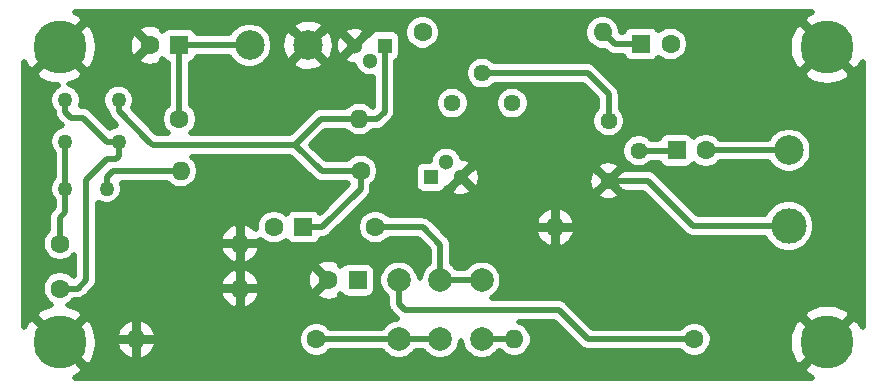
<source format=gbr>
G04 #@! TF.GenerationSoftware,KiCad,Pcbnew,(5.1.5)-3*
G04 #@! TF.CreationDate,2020-05-06T20:42:40-04:00*
G04 #@! TF.ProjectId,2ToneSineGenSSB,32546f6e-6553-4696-9e65-47656e535342,rev?*
G04 #@! TF.SameCoordinates,Original*
G04 #@! TF.FileFunction,Copper,L1,Top*
G04 #@! TF.FilePolarity,Positive*
%FSLAX46Y46*%
G04 Gerber Fmt 4.6, Leading zero omitted, Abs format (unit mm)*
G04 Created by KiCad (PCBNEW (5.1.5)-3) date 2020-05-06 20:42:40*
%MOMM*%
%LPD*%
G04 APERTURE LIST*
%ADD10C,0.100000*%
%ADD11C,3.000000*%
%ADD12C,4.500000*%
%ADD13C,2.500000*%
%ADD14C,2.000000*%
%ADD15C,1.440000*%
%ADD16O,1.600000X1.600000*%
%ADD17C,1.600000*%
%ADD18R,1.300000X1.300000*%
%ADD19C,1.300000*%
%ADD20C,0.500000*%
%ADD21C,2.499360*%
%ADD22R,1.600000X1.600000*%
%ADD23C,1.270000*%
%ADD24C,0.500000*%
G04 APERTURE END LIST*
D10*
G36*
X174200000Y-84830000D02*
G01*
X173200000Y-84830000D01*
X173200000Y-84330000D01*
X174200000Y-84330000D01*
X174200000Y-84830000D01*
G37*
D11*
X187000000Y-88400000D03*
D12*
X190250000Y-98250000D03*
X125250000Y-98250000D03*
X190250000Y-73250000D03*
X125250000Y-73250000D03*
D13*
X146300000Y-73100000D03*
D14*
X161000000Y-93000000D03*
X161000000Y-98000000D03*
X157500000Y-98000000D03*
X157500000Y-93000000D03*
X154000000Y-93000000D03*
X154000000Y-98000000D03*
D15*
X171750000Y-84580000D03*
X174290000Y-82040000D03*
X171750000Y-79500000D03*
X163580000Y-78000000D03*
X161040000Y-75460000D03*
X158500000Y-78000000D03*
D16*
X150640000Y-79350000D03*
D17*
X135400000Y-79350000D03*
D16*
X171240000Y-72000000D03*
D17*
X156000000Y-72000000D03*
D16*
X163750000Y-98000000D03*
D17*
X178990000Y-98000000D03*
D16*
X135510000Y-83750000D03*
D17*
X150750000Y-83750000D03*
D16*
X167240000Y-88500000D03*
D17*
X152000000Y-88500000D03*
D16*
X140540000Y-89900000D03*
D17*
X125300000Y-89900000D03*
D16*
X131760000Y-98000000D03*
D17*
X147000000Y-98000000D03*
D16*
X140540000Y-93700000D03*
D17*
X125300000Y-93700000D03*
D18*
X152770000Y-73130000D03*
D19*
X150230000Y-73130000D03*
X151500000Y-74400000D03*
D18*
X156730000Y-84270000D03*
D19*
X159270000Y-84270000D03*
X158000000Y-83000000D03*
D20*
X173200000Y-84580000D03*
X174200000Y-84580000D03*
D21*
X187000000Y-82000000D03*
X141350000Y-73100000D03*
D22*
X177500000Y-82000000D03*
D17*
X180000000Y-82000000D03*
X177000000Y-73000000D03*
D22*
X174500000Y-73000000D03*
D17*
X143400000Y-88500000D03*
D22*
X145900000Y-88500000D03*
D23*
X125750000Y-85250000D03*
X129250001Y-85250000D03*
D17*
X148000000Y-93000000D03*
D22*
X150500000Y-93000000D03*
D17*
X132900000Y-73100000D03*
D22*
X135400000Y-73100000D03*
D23*
X125750000Y-77749999D03*
X125750000Y-81250000D03*
X130250000Y-77750000D03*
X130250000Y-81250001D03*
D24*
X130250000Y-78648025D02*
X132851975Y-81250000D01*
X130250000Y-77750000D02*
X130250000Y-78648025D01*
X132851975Y-81250000D02*
X132851975Y-81251975D01*
X132851975Y-81251975D02*
X133150000Y-81550000D01*
X133150000Y-81550000D02*
X145150000Y-81550000D01*
X147350000Y-79350000D02*
X150640000Y-79350000D01*
X145150000Y-81550000D02*
X147350000Y-79350000D01*
X145150000Y-81550000D02*
X147450000Y-83750000D01*
X147550000Y-83750000D02*
X150750000Y-83750000D01*
X147450000Y-83750000D02*
X147550000Y-83750000D01*
X145900000Y-88500000D02*
X147500000Y-88500000D01*
X150750000Y-85250000D02*
X150750000Y-83750000D01*
X147500000Y-88500000D02*
X150750000Y-85250000D01*
X150640000Y-79350000D02*
X152150000Y-79350000D01*
X152770000Y-78730000D02*
X152770000Y-73130000D01*
X152150000Y-79350000D02*
X152770000Y-78730000D01*
X129250002Y-81250001D02*
X127250001Y-79250000D01*
X130250000Y-81250001D02*
X129250002Y-81250001D01*
X127250001Y-79250000D02*
X126250000Y-79250000D01*
X125750000Y-78750000D02*
X125750000Y-77749999D01*
X126250000Y-79250000D02*
X125750000Y-78750000D01*
X125300000Y-93700000D02*
X126800000Y-93700000D01*
X126800000Y-93700000D02*
X127500000Y-93000000D01*
X127500000Y-93000000D02*
X127500000Y-84500000D01*
X127500000Y-84500000D02*
X129250000Y-82750000D01*
X129250000Y-82750000D02*
X130000000Y-82750000D01*
X130250000Y-82500000D02*
X130250000Y-81250001D01*
X130000000Y-82750000D02*
X130250000Y-82500000D01*
X171240000Y-72000000D02*
X172240000Y-73000000D01*
X172240000Y-73000000D02*
X174500000Y-73000000D01*
X178990000Y-98000000D02*
X170000000Y-98000000D01*
X170000000Y-98000000D02*
X167500000Y-95500000D01*
X167500000Y-95500000D02*
X154500000Y-95500000D01*
X154000000Y-95000000D02*
X154000000Y-93000000D01*
X154500000Y-95500000D02*
X154000000Y-95000000D01*
X147000000Y-98000000D02*
X154000000Y-98000000D01*
X154000000Y-98000000D02*
X157500000Y-98000000D01*
X125750000Y-85250000D02*
X125750000Y-81250000D01*
X125300000Y-89900000D02*
X125300000Y-87700000D01*
X125750000Y-87250000D02*
X125750000Y-85250000D01*
X125300000Y-87700000D02*
X125750000Y-87250000D01*
X157500000Y-93000000D02*
X157500000Y-90000000D01*
X156000000Y-88500000D02*
X152000000Y-88500000D01*
X157500000Y-90000000D02*
X156000000Y-88500000D01*
X161000000Y-93000000D02*
X157500000Y-93000000D01*
X171750000Y-84580000D02*
X173200000Y-84580000D01*
X135400000Y-79350000D02*
X135400000Y-73100000D01*
X136700000Y-73100000D02*
X141350000Y-73100000D01*
X135400000Y-73100000D02*
X136700000Y-73100000D01*
X135510000Y-83750000D02*
X129750000Y-83750000D01*
X129250001Y-84249999D02*
X129250001Y-85250000D01*
X129750000Y-83750000D02*
X129250001Y-84249999D01*
X161000000Y-98000000D02*
X163750000Y-98000000D01*
X177460000Y-82040000D02*
X177500000Y-82000000D01*
X174290000Y-82040000D02*
X177460000Y-82040000D01*
X171750000Y-79500000D02*
X171750000Y-77250000D01*
X169960000Y-75460000D02*
X161040000Y-75460000D01*
X171750000Y-77250000D02*
X169960000Y-75460000D01*
X180000000Y-82000000D02*
X187000000Y-82000000D01*
X174200000Y-84580000D02*
X175080000Y-84580000D01*
X178900000Y-88400000D02*
X187000000Y-88400000D01*
X175080000Y-84580000D02*
X178900000Y-88400000D01*
G36*
X188438334Y-70532864D02*
G01*
X188432989Y-70536435D01*
X188207782Y-71031005D01*
X190250000Y-73073223D01*
X190264142Y-73059081D01*
X190440919Y-73235858D01*
X190426777Y-73250000D01*
X192468995Y-75292218D01*
X192963565Y-75067011D01*
X193250001Y-74532392D01*
X193250000Y-96968791D01*
X192967136Y-96438334D01*
X192963565Y-96432989D01*
X192468995Y-96207782D01*
X190426777Y-98250000D01*
X190440919Y-98264142D01*
X190264142Y-98440919D01*
X190250000Y-98426777D01*
X188207782Y-100468995D01*
X188432989Y-100963565D01*
X188967606Y-101250000D01*
X126531209Y-101250000D01*
X127061666Y-100967136D01*
X127067011Y-100963565D01*
X127292218Y-100468995D01*
X125250000Y-98426777D01*
X125235858Y-98440919D01*
X125059081Y-98264142D01*
X125073223Y-98250000D01*
X125426777Y-98250000D01*
X127468995Y-100292218D01*
X127963565Y-100067011D01*
X128265905Y-99502708D01*
X128452346Y-98890263D01*
X128500685Y-98404363D01*
X130006008Y-98404363D01*
X130076952Y-98638251D01*
X130233808Y-98954334D01*
X130449315Y-99233742D01*
X130715191Y-99465738D01*
X131021218Y-99641406D01*
X131355636Y-99753996D01*
X131635000Y-99545658D01*
X131635000Y-98125000D01*
X131885000Y-98125000D01*
X131885000Y-99545658D01*
X132164364Y-99753996D01*
X132498782Y-99641406D01*
X132804809Y-99465738D01*
X133070685Y-99233742D01*
X133286192Y-98954334D01*
X133443048Y-98638251D01*
X133513992Y-98404363D01*
X133304951Y-98125000D01*
X131885000Y-98125000D01*
X131635000Y-98125000D01*
X130215049Y-98125000D01*
X130006008Y-98404363D01*
X128500685Y-98404363D01*
X128515723Y-98253215D01*
X128453600Y-97616041D01*
X128447433Y-97595637D01*
X130006008Y-97595637D01*
X130215049Y-97875000D01*
X131635000Y-97875000D01*
X131635000Y-96454342D01*
X131885000Y-96454342D01*
X131885000Y-97875000D01*
X133304951Y-97875000D01*
X133325649Y-97847338D01*
X145450000Y-97847338D01*
X145450000Y-98152662D01*
X145509565Y-98452118D01*
X145626408Y-98734200D01*
X145796036Y-98988068D01*
X146011932Y-99203964D01*
X146265800Y-99373592D01*
X146547882Y-99490435D01*
X146847338Y-99550000D01*
X147152662Y-99550000D01*
X147452118Y-99490435D01*
X147734200Y-99373592D01*
X147988068Y-99203964D01*
X148192032Y-99000000D01*
X152563471Y-99000000D01*
X152640686Y-99115560D01*
X152884440Y-99359314D01*
X153171064Y-99550830D01*
X153489544Y-99682749D01*
X153827640Y-99750000D01*
X154172360Y-99750000D01*
X154510456Y-99682749D01*
X154828936Y-99550830D01*
X155115560Y-99359314D01*
X155359314Y-99115560D01*
X155436529Y-99000000D01*
X156063471Y-99000000D01*
X156140686Y-99115560D01*
X156384440Y-99359314D01*
X156671064Y-99550830D01*
X156989544Y-99682749D01*
X157327640Y-99750000D01*
X157672360Y-99750000D01*
X158010456Y-99682749D01*
X158328936Y-99550830D01*
X158615560Y-99359314D01*
X158859314Y-99115560D01*
X159050830Y-98828936D01*
X159182749Y-98510456D01*
X159250000Y-98172360D01*
X159317251Y-98510456D01*
X159449170Y-98828936D01*
X159640686Y-99115560D01*
X159884440Y-99359314D01*
X160171064Y-99550830D01*
X160489544Y-99682749D01*
X160827640Y-99750000D01*
X161172360Y-99750000D01*
X161510456Y-99682749D01*
X161828936Y-99550830D01*
X162115560Y-99359314D01*
X162359314Y-99115560D01*
X162436529Y-99000000D01*
X162557968Y-99000000D01*
X162761932Y-99203964D01*
X163015800Y-99373592D01*
X163297882Y-99490435D01*
X163597338Y-99550000D01*
X163902662Y-99550000D01*
X164202118Y-99490435D01*
X164484200Y-99373592D01*
X164738068Y-99203964D01*
X164953964Y-98988068D01*
X165123592Y-98734200D01*
X165240435Y-98452118D01*
X165300000Y-98152662D01*
X165300000Y-97847338D01*
X165240435Y-97547882D01*
X165123592Y-97265800D01*
X164953964Y-97011932D01*
X164738068Y-96796036D01*
X164484200Y-96626408D01*
X164202118Y-96509565D01*
X164154031Y-96500000D01*
X167085788Y-96500000D01*
X169258155Y-98672368D01*
X169289472Y-98710528D01*
X169441742Y-98835492D01*
X169594446Y-98917114D01*
X169615465Y-98928349D01*
X169803966Y-98985530D01*
X170000000Y-99004838D01*
X170049120Y-99000000D01*
X177797968Y-99000000D01*
X178001932Y-99203964D01*
X178255800Y-99373592D01*
X178537882Y-99490435D01*
X178837338Y-99550000D01*
X179142662Y-99550000D01*
X179442118Y-99490435D01*
X179724200Y-99373592D01*
X179978068Y-99203964D01*
X180193964Y-98988068D01*
X180363592Y-98734200D01*
X180480435Y-98452118D01*
X180521277Y-98246785D01*
X186984277Y-98246785D01*
X187046400Y-98883959D01*
X187231635Y-99496769D01*
X187532864Y-100061666D01*
X187536435Y-100067011D01*
X188031005Y-100292218D01*
X190073223Y-98250000D01*
X188031005Y-96207782D01*
X187536435Y-96432989D01*
X187234095Y-96997292D01*
X187047654Y-97609737D01*
X186984277Y-98246785D01*
X180521277Y-98246785D01*
X180540000Y-98152662D01*
X180540000Y-97847338D01*
X180480435Y-97547882D01*
X180363592Y-97265800D01*
X180193964Y-97011932D01*
X179978068Y-96796036D01*
X179724200Y-96626408D01*
X179442118Y-96509565D01*
X179142662Y-96450000D01*
X178837338Y-96450000D01*
X178537882Y-96509565D01*
X178255800Y-96626408D01*
X178001932Y-96796036D01*
X177797968Y-97000000D01*
X170414213Y-97000000D01*
X169445218Y-96031005D01*
X188207782Y-96031005D01*
X190250000Y-98073223D01*
X192292218Y-96031005D01*
X192067011Y-95536435D01*
X191502708Y-95234095D01*
X190890263Y-95047654D01*
X190253215Y-94984277D01*
X189616041Y-95046400D01*
X189003231Y-95231635D01*
X188438334Y-95532864D01*
X188432989Y-95536435D01*
X188207782Y-96031005D01*
X169445218Y-96031005D01*
X168241849Y-94827637D01*
X168210528Y-94789472D01*
X168058258Y-94664508D01*
X167884535Y-94571651D01*
X167696034Y-94514470D01*
X167549120Y-94500000D01*
X167500000Y-94495162D01*
X167450880Y-94500000D01*
X161905008Y-94500000D01*
X162115560Y-94359314D01*
X162359314Y-94115560D01*
X162550830Y-93828936D01*
X162682749Y-93510456D01*
X162750000Y-93172360D01*
X162750000Y-92827640D01*
X162682749Y-92489544D01*
X162550830Y-92171064D01*
X162359314Y-91884440D01*
X162115560Y-91640686D01*
X161828936Y-91449170D01*
X161510456Y-91317251D01*
X161172360Y-91250000D01*
X160827640Y-91250000D01*
X160489544Y-91317251D01*
X160171064Y-91449170D01*
X159884440Y-91640686D01*
X159640686Y-91884440D01*
X159563471Y-92000000D01*
X158936529Y-92000000D01*
X158859314Y-91884440D01*
X158615560Y-91640686D01*
X158500000Y-91563471D01*
X158500000Y-90049117D01*
X158504838Y-89999999D01*
X158499827Y-89949120D01*
X158485530Y-89803966D01*
X158428349Y-89615465D01*
X158335492Y-89441742D01*
X158210528Y-89289472D01*
X158172368Y-89258155D01*
X157818576Y-88904363D01*
X165486008Y-88904363D01*
X165556952Y-89138251D01*
X165713808Y-89454334D01*
X165929315Y-89733742D01*
X166195191Y-89965738D01*
X166501218Y-90141406D01*
X166835636Y-90253996D01*
X167115000Y-90045658D01*
X167115000Y-88625000D01*
X167365000Y-88625000D01*
X167365000Y-90045658D01*
X167644364Y-90253996D01*
X167978782Y-90141406D01*
X168284809Y-89965738D01*
X168550685Y-89733742D01*
X168766192Y-89454334D01*
X168923048Y-89138251D01*
X168993992Y-88904363D01*
X168784951Y-88625000D01*
X167365000Y-88625000D01*
X167115000Y-88625000D01*
X165695049Y-88625000D01*
X165486008Y-88904363D01*
X157818576Y-88904363D01*
X157009850Y-88095637D01*
X165486008Y-88095637D01*
X165695049Y-88375000D01*
X167115000Y-88375000D01*
X167115000Y-86954342D01*
X167365000Y-86954342D01*
X167365000Y-88375000D01*
X168784951Y-88375000D01*
X168993992Y-88095637D01*
X168923048Y-87861749D01*
X168766192Y-87545666D01*
X168550685Y-87266258D01*
X168284809Y-87034262D01*
X167978782Y-86858594D01*
X167644364Y-86746004D01*
X167365000Y-86954342D01*
X167115000Y-86954342D01*
X166835636Y-86746004D01*
X166501218Y-86858594D01*
X166195191Y-87034262D01*
X165929315Y-87266258D01*
X165713808Y-87545666D01*
X165556952Y-87861749D01*
X165486008Y-88095637D01*
X157009850Y-88095637D01*
X156741849Y-87827637D01*
X156710528Y-87789472D01*
X156558258Y-87664508D01*
X156384535Y-87571651D01*
X156196034Y-87514470D01*
X156049120Y-87500000D01*
X156000000Y-87495162D01*
X155950880Y-87500000D01*
X153192032Y-87500000D01*
X152988068Y-87296036D01*
X152734200Y-87126408D01*
X152452118Y-87009565D01*
X152152662Y-86950000D01*
X151847338Y-86950000D01*
X151547882Y-87009565D01*
X151265800Y-87126408D01*
X151011932Y-87296036D01*
X150796036Y-87511932D01*
X150626408Y-87765800D01*
X150509565Y-88047882D01*
X150450000Y-88347338D01*
X150450000Y-88652662D01*
X150509565Y-88952118D01*
X150626408Y-89234200D01*
X150796036Y-89488068D01*
X151011932Y-89703964D01*
X151265800Y-89873592D01*
X151547882Y-89990435D01*
X151847338Y-90050000D01*
X152152662Y-90050000D01*
X152452118Y-89990435D01*
X152734200Y-89873592D01*
X152988068Y-89703964D01*
X153192032Y-89500000D01*
X155585788Y-89500000D01*
X156500001Y-90414214D01*
X156500000Y-91563471D01*
X156384440Y-91640686D01*
X156140686Y-91884440D01*
X155949170Y-92171064D01*
X155817251Y-92489544D01*
X155750000Y-92827640D01*
X155682749Y-92489544D01*
X155550830Y-92171064D01*
X155359314Y-91884440D01*
X155115560Y-91640686D01*
X154828936Y-91449170D01*
X154510456Y-91317251D01*
X154172360Y-91250000D01*
X153827640Y-91250000D01*
X153489544Y-91317251D01*
X153171064Y-91449170D01*
X152884440Y-91640686D01*
X152640686Y-91884440D01*
X152449170Y-92171064D01*
X152317251Y-92489544D01*
X152250000Y-92827640D01*
X152250000Y-93172360D01*
X152317251Y-93510456D01*
X152449170Y-93828936D01*
X152640686Y-94115560D01*
X152884440Y-94359314D01*
X153000000Y-94436529D01*
X153000000Y-94950879D01*
X152995162Y-95000000D01*
X153014470Y-95196034D01*
X153047211Y-95303966D01*
X153071651Y-95384534D01*
X153164508Y-95558258D01*
X153289472Y-95710528D01*
X153327636Y-95741849D01*
X153758155Y-96172368D01*
X153789472Y-96210528D01*
X153837569Y-96250000D01*
X153827640Y-96250000D01*
X153489544Y-96317251D01*
X153171064Y-96449170D01*
X152884440Y-96640686D01*
X152640686Y-96884440D01*
X152563471Y-97000000D01*
X148192032Y-97000000D01*
X147988068Y-96796036D01*
X147734200Y-96626408D01*
X147452118Y-96509565D01*
X147152662Y-96450000D01*
X146847338Y-96450000D01*
X146547882Y-96509565D01*
X146265800Y-96626408D01*
X146011932Y-96796036D01*
X145796036Y-97011932D01*
X145626408Y-97265800D01*
X145509565Y-97547882D01*
X145450000Y-97847338D01*
X133325649Y-97847338D01*
X133513992Y-97595637D01*
X133443048Y-97361749D01*
X133286192Y-97045666D01*
X133070685Y-96766258D01*
X132804809Y-96534262D01*
X132498782Y-96358594D01*
X132164364Y-96246004D01*
X131885000Y-96454342D01*
X131635000Y-96454342D01*
X131355636Y-96246004D01*
X131021218Y-96358594D01*
X130715191Y-96534262D01*
X130449315Y-96766258D01*
X130233808Y-97045666D01*
X130076952Y-97361749D01*
X130006008Y-97595637D01*
X128447433Y-97595637D01*
X128268365Y-97003231D01*
X127967136Y-96438334D01*
X127963565Y-96432989D01*
X127468995Y-96207782D01*
X125426777Y-98250000D01*
X125073223Y-98250000D01*
X123031005Y-96207782D01*
X122536435Y-96432989D01*
X122250000Y-96967606D01*
X122250000Y-75468995D01*
X123207782Y-75468995D01*
X123432989Y-75963565D01*
X123997292Y-76265905D01*
X124609737Y-76452346D01*
X125136996Y-76504801D01*
X125093957Y-76522628D01*
X124867114Y-76674200D01*
X124674201Y-76867113D01*
X124522629Y-77093956D01*
X124418225Y-77346010D01*
X124365000Y-77613588D01*
X124365000Y-77886410D01*
X124418225Y-78153988D01*
X124522629Y-78406042D01*
X124674201Y-78632885D01*
X124749300Y-78707984D01*
X124745162Y-78750000D01*
X124764470Y-78946034D01*
X124797211Y-79053966D01*
X124821651Y-79134534D01*
X124914508Y-79308258D01*
X125039472Y-79460528D01*
X125077636Y-79491849D01*
X125477798Y-79892011D01*
X125346011Y-79918225D01*
X125093957Y-80022629D01*
X124867114Y-80174201D01*
X124674201Y-80367114D01*
X124522629Y-80593957D01*
X124418225Y-80846011D01*
X124365000Y-81113589D01*
X124365000Y-81386411D01*
X124418225Y-81653989D01*
X124522629Y-81906043D01*
X124674201Y-82132886D01*
X124750001Y-82208686D01*
X124750000Y-84291315D01*
X124674201Y-84367114D01*
X124522629Y-84593957D01*
X124418225Y-84846011D01*
X124365000Y-85113589D01*
X124365000Y-85386411D01*
X124418225Y-85653989D01*
X124522629Y-85906043D01*
X124674201Y-86132886D01*
X124750001Y-86208686D01*
X124750000Y-86835788D01*
X124627633Y-86958155D01*
X124589473Y-86989472D01*
X124464509Y-87141742D01*
X124414875Y-87234600D01*
X124371651Y-87315466D01*
X124314470Y-87503966D01*
X124295162Y-87700000D01*
X124300001Y-87749130D01*
X124300001Y-88707967D01*
X124096036Y-88911932D01*
X123926408Y-89165800D01*
X123809565Y-89447882D01*
X123750000Y-89747338D01*
X123750000Y-90052662D01*
X123809565Y-90352118D01*
X123926408Y-90634200D01*
X124096036Y-90888068D01*
X124311932Y-91103964D01*
X124565800Y-91273592D01*
X124847882Y-91390435D01*
X125147338Y-91450000D01*
X125452662Y-91450000D01*
X125752118Y-91390435D01*
X126034200Y-91273592D01*
X126288068Y-91103964D01*
X126500000Y-90892032D01*
X126500000Y-92585787D01*
X126438910Y-92646878D01*
X126288068Y-92496036D01*
X126034200Y-92326408D01*
X125752118Y-92209565D01*
X125452662Y-92150000D01*
X125147338Y-92150000D01*
X124847882Y-92209565D01*
X124565800Y-92326408D01*
X124311932Y-92496036D01*
X124096036Y-92711932D01*
X123926408Y-92965800D01*
X123809565Y-93247882D01*
X123750000Y-93547338D01*
X123750000Y-93852662D01*
X123809565Y-94152118D01*
X123926408Y-94434200D01*
X124096036Y-94688068D01*
X124311932Y-94903964D01*
X124553429Y-95065326D01*
X124003231Y-95231635D01*
X123438334Y-95532864D01*
X123432989Y-95536435D01*
X123207782Y-96031005D01*
X125250000Y-98073223D01*
X127292218Y-96031005D01*
X127067011Y-95536435D01*
X126502708Y-95234095D01*
X126009320Y-95083898D01*
X126034200Y-95073592D01*
X126288068Y-94903964D01*
X126492032Y-94700000D01*
X126750880Y-94700000D01*
X126800000Y-94704838D01*
X126849120Y-94700000D01*
X126996034Y-94685530D01*
X127184535Y-94628349D01*
X127358258Y-94535492D01*
X127510528Y-94410528D01*
X127541848Y-94372364D01*
X127809849Y-94104363D01*
X138786008Y-94104363D01*
X138856952Y-94338251D01*
X139013808Y-94654334D01*
X139229315Y-94933742D01*
X139495191Y-95165738D01*
X139801218Y-95341406D01*
X140135636Y-95453996D01*
X140415000Y-95245658D01*
X140415000Y-93825000D01*
X140665000Y-93825000D01*
X140665000Y-95245658D01*
X140944364Y-95453996D01*
X141278782Y-95341406D01*
X141584809Y-95165738D01*
X141850685Y-94933742D01*
X142066192Y-94654334D01*
X142223048Y-94338251D01*
X142293992Y-94104363D01*
X142084951Y-93825000D01*
X140665000Y-93825000D01*
X140415000Y-93825000D01*
X138995049Y-93825000D01*
X138786008Y-94104363D01*
X127809849Y-94104363D01*
X128172373Y-93741841D01*
X128210528Y-93710528D01*
X128335492Y-93558258D01*
X128428349Y-93384535D01*
X128455315Y-93295637D01*
X138786008Y-93295637D01*
X138995049Y-93575000D01*
X140415000Y-93575000D01*
X140415000Y-92154342D01*
X140665000Y-92154342D01*
X140665000Y-93575000D01*
X142084951Y-93575000D01*
X142293992Y-93295637D01*
X142223048Y-93061749D01*
X142219234Y-93054063D01*
X146192100Y-93054063D01*
X146237385Y-93405728D01*
X146350407Y-93741801D01*
X146466749Y-93959463D01*
X146812988Y-94010236D01*
X147823223Y-93000000D01*
X146812988Y-91989764D01*
X146466749Y-92040537D01*
X146309028Y-92358095D01*
X146216291Y-92700321D01*
X146192100Y-93054063D01*
X142219234Y-93054063D01*
X142066192Y-92745666D01*
X141850685Y-92466258D01*
X141584809Y-92234262D01*
X141278782Y-92058594D01*
X140944364Y-91946004D01*
X140665000Y-92154342D01*
X140415000Y-92154342D01*
X140135636Y-91946004D01*
X139801218Y-92058594D01*
X139495191Y-92234262D01*
X139229315Y-92466258D01*
X139013808Y-92745666D01*
X138856952Y-93061749D01*
X138786008Y-93295637D01*
X128455315Y-93295637D01*
X128485530Y-93196034D01*
X128500000Y-93049120D01*
X128500000Y-93049111D01*
X128504837Y-93000001D01*
X128500000Y-92950891D01*
X128500000Y-91812988D01*
X146989764Y-91812988D01*
X148000000Y-92823223D01*
X148014142Y-92809081D01*
X148190919Y-92985858D01*
X148176777Y-93000000D01*
X148190919Y-93014142D01*
X148014142Y-93190919D01*
X148000000Y-93176777D01*
X146989764Y-94187012D01*
X147040537Y-94533251D01*
X147358095Y-94690972D01*
X147700321Y-94783709D01*
X148054063Y-94807900D01*
X148405728Y-94762615D01*
X148741801Y-94649593D01*
X148959463Y-94533251D01*
X149010236Y-94187015D01*
X149189706Y-94366485D01*
X149197968Y-94358223D01*
X149281307Y-94426619D01*
X149411599Y-94496261D01*
X149552974Y-94539147D01*
X149700000Y-94553628D01*
X151300000Y-94553628D01*
X151447026Y-94539147D01*
X151588401Y-94496261D01*
X151718693Y-94426619D01*
X151832895Y-94332895D01*
X151926619Y-94218693D01*
X151996261Y-94088401D01*
X152039147Y-93947026D01*
X152053628Y-93800000D01*
X152053628Y-92200000D01*
X152039147Y-92052974D01*
X151996261Y-91911599D01*
X151926619Y-91781307D01*
X151832895Y-91667105D01*
X151718693Y-91573381D01*
X151588401Y-91503739D01*
X151447026Y-91460853D01*
X151300000Y-91446372D01*
X149700000Y-91446372D01*
X149552974Y-91460853D01*
X149411599Y-91503739D01*
X149281307Y-91573381D01*
X149197968Y-91641777D01*
X149189706Y-91633515D01*
X149010236Y-91812985D01*
X148959463Y-91466749D01*
X148641905Y-91309028D01*
X148299679Y-91216291D01*
X147945937Y-91192100D01*
X147594272Y-91237385D01*
X147258199Y-91350407D01*
X147040537Y-91466749D01*
X146989764Y-91812988D01*
X128500000Y-91812988D01*
X128500000Y-90304363D01*
X138786008Y-90304363D01*
X138856952Y-90538251D01*
X139013808Y-90854334D01*
X139229315Y-91133742D01*
X139495191Y-91365738D01*
X139801218Y-91541406D01*
X140135636Y-91653996D01*
X140415000Y-91445658D01*
X140415000Y-90025000D01*
X140665000Y-90025000D01*
X140665000Y-91445658D01*
X140944364Y-91653996D01*
X141278782Y-91541406D01*
X141584809Y-91365738D01*
X141850685Y-91133742D01*
X142066192Y-90854334D01*
X142223048Y-90538251D01*
X142293992Y-90304363D01*
X142084951Y-90025000D01*
X140665000Y-90025000D01*
X140415000Y-90025000D01*
X138995049Y-90025000D01*
X138786008Y-90304363D01*
X128500000Y-90304363D01*
X128500000Y-89495637D01*
X138786008Y-89495637D01*
X138995049Y-89775000D01*
X140415000Y-89775000D01*
X140415000Y-88354342D01*
X140135636Y-88146004D01*
X139801218Y-88258594D01*
X139495191Y-88434262D01*
X139229315Y-88666258D01*
X139013808Y-88945666D01*
X138856952Y-89261749D01*
X138786008Y-89495637D01*
X128500000Y-89495637D01*
X128500000Y-86414590D01*
X128593958Y-86477371D01*
X128846012Y-86581775D01*
X129113590Y-86635000D01*
X129386412Y-86635000D01*
X129653990Y-86581775D01*
X129906044Y-86477371D01*
X130132887Y-86325799D01*
X130325800Y-86132886D01*
X130477372Y-85906043D01*
X130581776Y-85653989D01*
X130635001Y-85386411D01*
X130635001Y-85113589D01*
X130581776Y-84846011D01*
X130542007Y-84750000D01*
X134317968Y-84750000D01*
X134521932Y-84953964D01*
X134775800Y-85123592D01*
X135057882Y-85240435D01*
X135357338Y-85300000D01*
X135662662Y-85300000D01*
X135962118Y-85240435D01*
X136244200Y-85123592D01*
X136498068Y-84953964D01*
X136713964Y-84738068D01*
X136883592Y-84484200D01*
X137000435Y-84202118D01*
X137060000Y-83902662D01*
X137060000Y-83597338D01*
X137000435Y-83297882D01*
X136883592Y-83015800D01*
X136713964Y-82761932D01*
X136502032Y-82550000D01*
X144748743Y-82550000D01*
X146715225Y-84430983D01*
X146739472Y-84460528D01*
X146786233Y-84498903D01*
X146794273Y-84506594D01*
X146824184Y-84530049D01*
X146891742Y-84585492D01*
X146901624Y-84590774D01*
X146910441Y-84597688D01*
X146988398Y-84637156D01*
X147065465Y-84678349D01*
X147076188Y-84681602D01*
X147086185Y-84686663D01*
X147170332Y-84710160D01*
X147253966Y-84735530D01*
X147265122Y-84736629D01*
X147275909Y-84739641D01*
X147363015Y-84746271D01*
X147400880Y-84750000D01*
X147412016Y-84750000D01*
X147472324Y-84754590D01*
X147510263Y-84750000D01*
X149557968Y-84750000D01*
X149696878Y-84888910D01*
X147316640Y-87269148D01*
X147232895Y-87167105D01*
X147118693Y-87073381D01*
X146988401Y-87003739D01*
X146847026Y-86960853D01*
X146700000Y-86946372D01*
X145100000Y-86946372D01*
X144952974Y-86960853D01*
X144811599Y-87003739D01*
X144681307Y-87073381D01*
X144567105Y-87167105D01*
X144473381Y-87281307D01*
X144438534Y-87346502D01*
X144388068Y-87296036D01*
X144134200Y-87126408D01*
X143852118Y-87009565D01*
X143552662Y-86950000D01*
X143247338Y-86950000D01*
X142947882Y-87009565D01*
X142665800Y-87126408D01*
X142411932Y-87296036D01*
X142196036Y-87511932D01*
X142026408Y-87765800D01*
X141909565Y-88047882D01*
X141850000Y-88347338D01*
X141850000Y-88652662D01*
X141853406Y-88669786D01*
X141850685Y-88666258D01*
X141584809Y-88434262D01*
X141278782Y-88258594D01*
X140944364Y-88146004D01*
X140665000Y-88354342D01*
X140665000Y-89775000D01*
X142084951Y-89775000D01*
X142255306Y-89547338D01*
X142411932Y-89703964D01*
X142665800Y-89873592D01*
X142947882Y-89990435D01*
X143247338Y-90050000D01*
X143552662Y-90050000D01*
X143852118Y-89990435D01*
X144134200Y-89873592D01*
X144388068Y-89703964D01*
X144438534Y-89653498D01*
X144473381Y-89718693D01*
X144567105Y-89832895D01*
X144681307Y-89926619D01*
X144811599Y-89996261D01*
X144952974Y-90039147D01*
X145100000Y-90053628D01*
X146700000Y-90053628D01*
X146847026Y-90039147D01*
X146988401Y-89996261D01*
X147118693Y-89926619D01*
X147232895Y-89832895D01*
X147326619Y-89718693D01*
X147396261Y-89588401D01*
X147423077Y-89500000D01*
X147450880Y-89500000D01*
X147500000Y-89504838D01*
X147549120Y-89500000D01*
X147696034Y-89485530D01*
X147884535Y-89428349D01*
X148058258Y-89335492D01*
X148210528Y-89210528D01*
X148241849Y-89172363D01*
X151422368Y-85991845D01*
X151460528Y-85960528D01*
X151585492Y-85808258D01*
X151678349Y-85634535D01*
X151694892Y-85580000D01*
X151735530Y-85446035D01*
X151754838Y-85250001D01*
X151750000Y-85200880D01*
X151750000Y-84942032D01*
X151953964Y-84738068D01*
X152123592Y-84484200D01*
X152240435Y-84202118D01*
X152300000Y-83902662D01*
X152300000Y-83620000D01*
X155326372Y-83620000D01*
X155326372Y-84920000D01*
X155340853Y-85067026D01*
X155383739Y-85208401D01*
X155453381Y-85338693D01*
X155547105Y-85452895D01*
X155661307Y-85546619D01*
X155791599Y-85616261D01*
X155932974Y-85659147D01*
X156080000Y-85673628D01*
X157380000Y-85673628D01*
X157527026Y-85659147D01*
X157668401Y-85616261D01*
X157798693Y-85546619D01*
X157912895Y-85452895D01*
X157997296Y-85350052D01*
X158366725Y-85350052D01*
X158399363Y-85680993D01*
X158691363Y-85823734D01*
X159005599Y-85906766D01*
X159329996Y-85926898D01*
X159652088Y-85883356D01*
X159959496Y-85777814D01*
X160086413Y-85709976D01*
X170796800Y-85709976D01*
X170837905Y-86048053D01*
X171141834Y-86197786D01*
X171469134Y-86285349D01*
X171807227Y-86307375D01*
X172143121Y-86263019D01*
X172463908Y-86153986D01*
X172662095Y-86048053D01*
X172703200Y-85709976D01*
X171750000Y-84756777D01*
X170796800Y-85709976D01*
X160086413Y-85709976D01*
X160140637Y-85680993D01*
X160173275Y-85350052D01*
X159270000Y-84446777D01*
X158366725Y-85350052D01*
X157997296Y-85350052D01*
X158006619Y-85338693D01*
X158076261Y-85208401D01*
X158089909Y-85163409D01*
X158189948Y-85173275D01*
X159093223Y-84270000D01*
X159446777Y-84270000D01*
X160350052Y-85173275D01*
X160680993Y-85140637D01*
X160823734Y-84848637D01*
X160879595Y-84637227D01*
X170022625Y-84637227D01*
X170066981Y-84973121D01*
X170176014Y-85293908D01*
X170281947Y-85492095D01*
X170620024Y-85533200D01*
X171573223Y-84580000D01*
X171926777Y-84580000D01*
X172555971Y-85209194D01*
X172572427Y-85240672D01*
X172574073Y-85242719D01*
X172575309Y-85245044D01*
X172619926Y-85299749D01*
X172664145Y-85354748D01*
X172666161Y-85356440D01*
X172667822Y-85358476D01*
X172722200Y-85403462D01*
X172776275Y-85448835D01*
X172778578Y-85450101D01*
X172780605Y-85451778D01*
X172819684Y-85472908D01*
X172879976Y-85533200D01*
X172928452Y-85527306D01*
X172976687Y-85542237D01*
X173044066Y-85563611D01*
X173046684Y-85563905D01*
X173049192Y-85564681D01*
X173119337Y-85572054D01*
X173189528Y-85579927D01*
X173194575Y-85579962D01*
X173194764Y-85579982D01*
X173194953Y-85579965D01*
X173200000Y-85580000D01*
X174665788Y-85580000D01*
X178158160Y-89072374D01*
X178189472Y-89110528D01*
X178227626Y-89141840D01*
X178341742Y-89235492D01*
X178515465Y-89328349D01*
X178703966Y-89385530D01*
X178900000Y-89404838D01*
X178949120Y-89400000D01*
X184978831Y-89400000D01*
X185006076Y-89465775D01*
X185252311Y-89834292D01*
X185565708Y-90147689D01*
X185934225Y-90393924D01*
X186343699Y-90563534D01*
X186778394Y-90650000D01*
X187221606Y-90650000D01*
X187656301Y-90563534D01*
X188065775Y-90393924D01*
X188434292Y-90147689D01*
X188747689Y-89834292D01*
X188993924Y-89465775D01*
X189163534Y-89056301D01*
X189250000Y-88621606D01*
X189250000Y-88178394D01*
X189163534Y-87743699D01*
X188993924Y-87334225D01*
X188747689Y-86965708D01*
X188434292Y-86652311D01*
X188065775Y-86406076D01*
X187656301Y-86236466D01*
X187221606Y-86150000D01*
X186778394Y-86150000D01*
X186343699Y-86236466D01*
X185934225Y-86406076D01*
X185565708Y-86652311D01*
X185252311Y-86965708D01*
X185006076Y-87334225D01*
X184978831Y-87400000D01*
X179314214Y-87400000D01*
X175821849Y-83907637D01*
X175790528Y-83869472D01*
X175638258Y-83744508D01*
X175464535Y-83651651D01*
X175276034Y-83594470D01*
X175129120Y-83580000D01*
X175080000Y-83575162D01*
X175030880Y-83580000D01*
X173200000Y-83580000D01*
X173129765Y-83586887D01*
X173059464Y-83593285D01*
X173056942Y-83594027D01*
X173054324Y-83594284D01*
X172986722Y-83614694D01*
X172926407Y-83632445D01*
X172879976Y-83626800D01*
X172820805Y-83685971D01*
X172789328Y-83702427D01*
X172787281Y-83704073D01*
X172784956Y-83705309D01*
X172730251Y-83749926D01*
X172675252Y-83794145D01*
X172673560Y-83796161D01*
X172671524Y-83797822D01*
X172626538Y-83852200D01*
X172581165Y-83906275D01*
X172579899Y-83908578D01*
X172578222Y-83910605D01*
X172557092Y-83949684D01*
X171926777Y-84580000D01*
X171573223Y-84580000D01*
X170620024Y-83626800D01*
X170281947Y-83667905D01*
X170132214Y-83971834D01*
X170044651Y-84299134D01*
X170022625Y-84637227D01*
X160879595Y-84637227D01*
X160906766Y-84534401D01*
X160926898Y-84210004D01*
X160883356Y-83887912D01*
X160777814Y-83580504D01*
X160708072Y-83450024D01*
X170796800Y-83450024D01*
X171750000Y-84403223D01*
X172703200Y-83450024D01*
X172662095Y-83111947D01*
X172358166Y-82962214D01*
X172030866Y-82874651D01*
X171692773Y-82852625D01*
X171356879Y-82896981D01*
X171036092Y-83006014D01*
X170837905Y-83111947D01*
X170796800Y-83450024D01*
X160708072Y-83450024D01*
X160680993Y-83399363D01*
X160350052Y-83366725D01*
X159446777Y-84270000D01*
X159093223Y-84270000D01*
X159079081Y-84255858D01*
X159255858Y-84079081D01*
X159270000Y-84093223D01*
X160173275Y-83189948D01*
X160140637Y-82859007D01*
X159848637Y-82716266D01*
X159534401Y-82633234D01*
X159352225Y-82621928D01*
X159346199Y-82591635D01*
X159240664Y-82336851D01*
X159087451Y-82107552D01*
X158892448Y-81912549D01*
X158866511Y-81895218D01*
X172820000Y-81895218D01*
X172820000Y-82184782D01*
X172876491Y-82468783D01*
X172987303Y-82736306D01*
X173148176Y-82977071D01*
X173352929Y-83181824D01*
X173593694Y-83342697D01*
X173861217Y-83453509D01*
X174145218Y-83510000D01*
X174434782Y-83510000D01*
X174718783Y-83453509D01*
X174986306Y-83342697D01*
X175227071Y-83181824D01*
X175368895Y-83040000D01*
X175989057Y-83040000D01*
X176003739Y-83088401D01*
X176073381Y-83218693D01*
X176167105Y-83332895D01*
X176281307Y-83426619D01*
X176411599Y-83496261D01*
X176552974Y-83539147D01*
X176700000Y-83553628D01*
X178300000Y-83553628D01*
X178447026Y-83539147D01*
X178588401Y-83496261D01*
X178718693Y-83426619D01*
X178832895Y-83332895D01*
X178926619Y-83218693D01*
X178961466Y-83153498D01*
X179011932Y-83203964D01*
X179265800Y-83373592D01*
X179547882Y-83490435D01*
X179847338Y-83550000D01*
X180152662Y-83550000D01*
X180452118Y-83490435D01*
X180734200Y-83373592D01*
X180988068Y-83203964D01*
X181192032Y-83000000D01*
X185263183Y-83000000D01*
X185446747Y-83274722D01*
X185725278Y-83553253D01*
X186052796Y-83772094D01*
X186416715Y-83922834D01*
X186803049Y-83999680D01*
X187196951Y-83999680D01*
X187583285Y-83922834D01*
X187947204Y-83772094D01*
X188274722Y-83553253D01*
X188553253Y-83274722D01*
X188772094Y-82947204D01*
X188922834Y-82583285D01*
X188999680Y-82196951D01*
X188999680Y-81803049D01*
X188922834Y-81416715D01*
X188772094Y-81052796D01*
X188553253Y-80725278D01*
X188274722Y-80446747D01*
X187947204Y-80227906D01*
X187583285Y-80077166D01*
X187196951Y-80000320D01*
X186803049Y-80000320D01*
X186416715Y-80077166D01*
X186052796Y-80227906D01*
X185725278Y-80446747D01*
X185446747Y-80725278D01*
X185263183Y-81000000D01*
X181192032Y-81000000D01*
X180988068Y-80796036D01*
X180734200Y-80626408D01*
X180452118Y-80509565D01*
X180152662Y-80450000D01*
X179847338Y-80450000D01*
X179547882Y-80509565D01*
X179265800Y-80626408D01*
X179011932Y-80796036D01*
X178961466Y-80846502D01*
X178926619Y-80781307D01*
X178832895Y-80667105D01*
X178718693Y-80573381D01*
X178588401Y-80503739D01*
X178447026Y-80460853D01*
X178300000Y-80446372D01*
X176700000Y-80446372D01*
X176552974Y-80460853D01*
X176411599Y-80503739D01*
X176281307Y-80573381D01*
X176167105Y-80667105D01*
X176073381Y-80781307D01*
X176003739Y-80911599D01*
X175964789Y-81040000D01*
X175368895Y-81040000D01*
X175227071Y-80898176D01*
X174986306Y-80737303D01*
X174718783Y-80626491D01*
X174434782Y-80570000D01*
X174145218Y-80570000D01*
X173861217Y-80626491D01*
X173593694Y-80737303D01*
X173352929Y-80898176D01*
X173148176Y-81102929D01*
X172987303Y-81343694D01*
X172876491Y-81611217D01*
X172820000Y-81895218D01*
X158866511Y-81895218D01*
X158663149Y-81759336D01*
X158408365Y-81653801D01*
X158137888Y-81600000D01*
X157862112Y-81600000D01*
X157591635Y-81653801D01*
X157336851Y-81759336D01*
X157107552Y-81912549D01*
X156912549Y-82107552D01*
X156759336Y-82336851D01*
X156653801Y-82591635D01*
X156600000Y-82862112D01*
X156600000Y-82866372D01*
X156080000Y-82866372D01*
X155932974Y-82880853D01*
X155791599Y-82923739D01*
X155661307Y-82993381D01*
X155547105Y-83087105D01*
X155453381Y-83201307D01*
X155383739Y-83331599D01*
X155340853Y-83472974D01*
X155326372Y-83620000D01*
X152300000Y-83620000D01*
X152300000Y-83597338D01*
X152240435Y-83297882D01*
X152123592Y-83015800D01*
X151953964Y-82761932D01*
X151738068Y-82546036D01*
X151484200Y-82376408D01*
X151202118Y-82259565D01*
X150902662Y-82200000D01*
X150597338Y-82200000D01*
X150297882Y-82259565D01*
X150015800Y-82376408D01*
X149761932Y-82546036D01*
X149557968Y-82750000D01*
X147851257Y-82750000D01*
X146580101Y-81534112D01*
X147764213Y-80350000D01*
X149447968Y-80350000D01*
X149651932Y-80553964D01*
X149905800Y-80723592D01*
X150187882Y-80840435D01*
X150487338Y-80900000D01*
X150792662Y-80900000D01*
X151092118Y-80840435D01*
X151374200Y-80723592D01*
X151628068Y-80553964D01*
X151832032Y-80350000D01*
X152100880Y-80350000D01*
X152150000Y-80354838D01*
X152199120Y-80350000D01*
X152346034Y-80335530D01*
X152534535Y-80278349D01*
X152708258Y-80185492D01*
X152860528Y-80060528D01*
X152891849Y-80022363D01*
X153442363Y-79471849D01*
X153480528Y-79440528D01*
X153605492Y-79288258D01*
X153698349Y-79114535D01*
X153755530Y-78926034D01*
X153770000Y-78779120D01*
X153770000Y-78779119D01*
X153774838Y-78730001D01*
X153770000Y-78680883D01*
X153770000Y-77855218D01*
X157030000Y-77855218D01*
X157030000Y-78144782D01*
X157086491Y-78428783D01*
X157197303Y-78696306D01*
X157358176Y-78937071D01*
X157562929Y-79141824D01*
X157803694Y-79302697D01*
X158071217Y-79413509D01*
X158355218Y-79470000D01*
X158644782Y-79470000D01*
X158928783Y-79413509D01*
X159196306Y-79302697D01*
X159437071Y-79141824D01*
X159641824Y-78937071D01*
X159802697Y-78696306D01*
X159913509Y-78428783D01*
X159970000Y-78144782D01*
X159970000Y-77855218D01*
X162110000Y-77855218D01*
X162110000Y-78144782D01*
X162166491Y-78428783D01*
X162277303Y-78696306D01*
X162438176Y-78937071D01*
X162642929Y-79141824D01*
X162883694Y-79302697D01*
X163151217Y-79413509D01*
X163435218Y-79470000D01*
X163724782Y-79470000D01*
X164008783Y-79413509D01*
X164276306Y-79302697D01*
X164517071Y-79141824D01*
X164721824Y-78937071D01*
X164882697Y-78696306D01*
X164993509Y-78428783D01*
X165050000Y-78144782D01*
X165050000Y-77855218D01*
X164993509Y-77571217D01*
X164882697Y-77303694D01*
X164721824Y-77062929D01*
X164517071Y-76858176D01*
X164276306Y-76697303D01*
X164008783Y-76586491D01*
X163724782Y-76530000D01*
X163435218Y-76530000D01*
X163151217Y-76586491D01*
X162883694Y-76697303D01*
X162642929Y-76858176D01*
X162438176Y-77062929D01*
X162277303Y-77303694D01*
X162166491Y-77571217D01*
X162110000Y-77855218D01*
X159970000Y-77855218D01*
X159913509Y-77571217D01*
X159802697Y-77303694D01*
X159641824Y-77062929D01*
X159437071Y-76858176D01*
X159196306Y-76697303D01*
X158928783Y-76586491D01*
X158644782Y-76530000D01*
X158355218Y-76530000D01*
X158071217Y-76586491D01*
X157803694Y-76697303D01*
X157562929Y-76858176D01*
X157358176Y-77062929D01*
X157197303Y-77303694D01*
X157086491Y-77571217D01*
X157030000Y-77855218D01*
X153770000Y-77855218D01*
X153770000Y-75315218D01*
X159570000Y-75315218D01*
X159570000Y-75604782D01*
X159626491Y-75888783D01*
X159737303Y-76156306D01*
X159898176Y-76397071D01*
X160102929Y-76601824D01*
X160343694Y-76762697D01*
X160611217Y-76873509D01*
X160895218Y-76930000D01*
X161184782Y-76930000D01*
X161468783Y-76873509D01*
X161736306Y-76762697D01*
X161977071Y-76601824D01*
X162118895Y-76460000D01*
X169545788Y-76460000D01*
X170750001Y-77664214D01*
X170750000Y-78421105D01*
X170608176Y-78562929D01*
X170447303Y-78803694D01*
X170336491Y-79071217D01*
X170280000Y-79355218D01*
X170280000Y-79644782D01*
X170336491Y-79928783D01*
X170447303Y-80196306D01*
X170608176Y-80437071D01*
X170812929Y-80641824D01*
X171053694Y-80802697D01*
X171321217Y-80913509D01*
X171605218Y-80970000D01*
X171894782Y-80970000D01*
X172178783Y-80913509D01*
X172446306Y-80802697D01*
X172687071Y-80641824D01*
X172891824Y-80437071D01*
X173052697Y-80196306D01*
X173163509Y-79928783D01*
X173220000Y-79644782D01*
X173220000Y-79355218D01*
X173163509Y-79071217D01*
X173052697Y-78803694D01*
X172891824Y-78562929D01*
X172750000Y-78421105D01*
X172750000Y-77299117D01*
X172754838Y-77249999D01*
X172749100Y-77191741D01*
X172735530Y-77053966D01*
X172678349Y-76865465D01*
X172585492Y-76691742D01*
X172460528Y-76539472D01*
X172422368Y-76508155D01*
X171383208Y-75468995D01*
X188207782Y-75468995D01*
X188432989Y-75963565D01*
X188997292Y-76265905D01*
X189609737Y-76452346D01*
X190246785Y-76515723D01*
X190883959Y-76453600D01*
X191496769Y-76268365D01*
X192061666Y-75967136D01*
X192067011Y-75963565D01*
X192292218Y-75468995D01*
X190250000Y-73426777D01*
X188207782Y-75468995D01*
X171383208Y-75468995D01*
X170701849Y-74787637D01*
X170670528Y-74749472D01*
X170518258Y-74624508D01*
X170344535Y-74531651D01*
X170156034Y-74474470D01*
X170009120Y-74460000D01*
X169960000Y-74455162D01*
X169910880Y-74460000D01*
X162118895Y-74460000D01*
X161977071Y-74318176D01*
X161736306Y-74157303D01*
X161468783Y-74046491D01*
X161184782Y-73990000D01*
X160895218Y-73990000D01*
X160611217Y-74046491D01*
X160343694Y-74157303D01*
X160102929Y-74318176D01*
X159898176Y-74522929D01*
X159737303Y-74763694D01*
X159626491Y-75031217D01*
X159570000Y-75315218D01*
X153770000Y-75315218D01*
X153770000Y-74443336D01*
X153838693Y-74406619D01*
X153952895Y-74312895D01*
X154046619Y-74198693D01*
X154116261Y-74068401D01*
X154159147Y-73927026D01*
X154173628Y-73780000D01*
X154173628Y-72480000D01*
X154159147Y-72332974D01*
X154116261Y-72191599D01*
X154046619Y-72061307D01*
X153952895Y-71947105D01*
X153838693Y-71853381D01*
X153827388Y-71847338D01*
X154450000Y-71847338D01*
X154450000Y-72152662D01*
X154509565Y-72452118D01*
X154626408Y-72734200D01*
X154796036Y-72988068D01*
X155011932Y-73203964D01*
X155265800Y-73373592D01*
X155547882Y-73490435D01*
X155847338Y-73550000D01*
X156152662Y-73550000D01*
X156452118Y-73490435D01*
X156734200Y-73373592D01*
X156988068Y-73203964D01*
X157203964Y-72988068D01*
X157373592Y-72734200D01*
X157490435Y-72452118D01*
X157550000Y-72152662D01*
X157550000Y-71847338D01*
X169690000Y-71847338D01*
X169690000Y-72152662D01*
X169749565Y-72452118D01*
X169866408Y-72734200D01*
X170036036Y-72988068D01*
X170251932Y-73203964D01*
X170505800Y-73373592D01*
X170787882Y-73490435D01*
X171087338Y-73550000D01*
X171375786Y-73550000D01*
X171498159Y-73672373D01*
X171529472Y-73710528D01*
X171567626Y-73741840D01*
X171681742Y-73835492D01*
X171855465Y-73928349D01*
X172043966Y-73985530D01*
X172240000Y-74004838D01*
X172289120Y-74000000D01*
X172976923Y-74000000D01*
X173003739Y-74088401D01*
X173073381Y-74218693D01*
X173167105Y-74332895D01*
X173281307Y-74426619D01*
X173411599Y-74496261D01*
X173552974Y-74539147D01*
X173700000Y-74553628D01*
X175300000Y-74553628D01*
X175447026Y-74539147D01*
X175588401Y-74496261D01*
X175718693Y-74426619D01*
X175832895Y-74332895D01*
X175926619Y-74218693D01*
X175961466Y-74153498D01*
X176011932Y-74203964D01*
X176265800Y-74373592D01*
X176547882Y-74490435D01*
X176847338Y-74550000D01*
X177152662Y-74550000D01*
X177452118Y-74490435D01*
X177734200Y-74373592D01*
X177988068Y-74203964D01*
X178203964Y-73988068D01*
X178373592Y-73734200D01*
X178490435Y-73452118D01*
X178531277Y-73246785D01*
X186984277Y-73246785D01*
X187046400Y-73883959D01*
X187231635Y-74496769D01*
X187532864Y-75061666D01*
X187536435Y-75067011D01*
X188031005Y-75292218D01*
X190073223Y-73250000D01*
X188031005Y-71207782D01*
X187536435Y-71432989D01*
X187234095Y-71997292D01*
X187047654Y-72609737D01*
X186984277Y-73246785D01*
X178531277Y-73246785D01*
X178550000Y-73152662D01*
X178550000Y-72847338D01*
X178490435Y-72547882D01*
X178373592Y-72265800D01*
X178203964Y-72011932D01*
X177988068Y-71796036D01*
X177734200Y-71626408D01*
X177452118Y-71509565D01*
X177152662Y-71450000D01*
X176847338Y-71450000D01*
X176547882Y-71509565D01*
X176265800Y-71626408D01*
X176011932Y-71796036D01*
X175961466Y-71846502D01*
X175926619Y-71781307D01*
X175832895Y-71667105D01*
X175718693Y-71573381D01*
X175588401Y-71503739D01*
X175447026Y-71460853D01*
X175300000Y-71446372D01*
X173700000Y-71446372D01*
X173552974Y-71460853D01*
X173411599Y-71503739D01*
X173281307Y-71573381D01*
X173167105Y-71667105D01*
X173073381Y-71781307D01*
X173003739Y-71911599D01*
X172976923Y-72000000D01*
X172790000Y-72000000D01*
X172790000Y-71847338D01*
X172730435Y-71547882D01*
X172613592Y-71265800D01*
X172443964Y-71011932D01*
X172228068Y-70796036D01*
X171974200Y-70626408D01*
X171692118Y-70509565D01*
X171392662Y-70450000D01*
X171087338Y-70450000D01*
X170787882Y-70509565D01*
X170505800Y-70626408D01*
X170251932Y-70796036D01*
X170036036Y-71011932D01*
X169866408Y-71265800D01*
X169749565Y-71547882D01*
X169690000Y-71847338D01*
X157550000Y-71847338D01*
X157490435Y-71547882D01*
X157373592Y-71265800D01*
X157203964Y-71011932D01*
X156988068Y-70796036D01*
X156734200Y-70626408D01*
X156452118Y-70509565D01*
X156152662Y-70450000D01*
X155847338Y-70450000D01*
X155547882Y-70509565D01*
X155265800Y-70626408D01*
X155011932Y-70796036D01*
X154796036Y-71011932D01*
X154626408Y-71265800D01*
X154509565Y-71547882D01*
X154450000Y-71847338D01*
X153827388Y-71847338D01*
X153708401Y-71783739D01*
X153567026Y-71740853D01*
X153420000Y-71726372D01*
X152120000Y-71726372D01*
X151972974Y-71740853D01*
X151831599Y-71783739D01*
X151701307Y-71853381D01*
X151587105Y-71947105D01*
X151493381Y-72061307D01*
X151423739Y-72191599D01*
X151410091Y-72236591D01*
X151310052Y-72226725D01*
X150406777Y-73130000D01*
X150420919Y-73144142D01*
X150244142Y-73320919D01*
X150230000Y-73306777D01*
X149326725Y-74210052D01*
X149359363Y-74540993D01*
X149651363Y-74683734D01*
X149965599Y-74766766D01*
X150147775Y-74778072D01*
X150153801Y-74808365D01*
X150259336Y-75063149D01*
X150412549Y-75292448D01*
X150607552Y-75487451D01*
X150836851Y-75640664D01*
X151091635Y-75746199D01*
X151362112Y-75800000D01*
X151637888Y-75800000D01*
X151770001Y-75773721D01*
X151770000Y-78287968D01*
X151628068Y-78146036D01*
X151374200Y-77976408D01*
X151092118Y-77859565D01*
X150792662Y-77800000D01*
X150487338Y-77800000D01*
X150187882Y-77859565D01*
X149905800Y-77976408D01*
X149651932Y-78146036D01*
X149447968Y-78350000D01*
X147399120Y-78350000D01*
X147350000Y-78345162D01*
X147300880Y-78350000D01*
X147153966Y-78364470D01*
X146965465Y-78421651D01*
X146791742Y-78514508D01*
X146639472Y-78639472D01*
X146608155Y-78677632D01*
X144735788Y-80550000D01*
X136392032Y-80550000D01*
X136603964Y-80338068D01*
X136773592Y-80084200D01*
X136890435Y-79802118D01*
X136950000Y-79502662D01*
X136950000Y-79197338D01*
X136890435Y-78897882D01*
X136773592Y-78615800D01*
X136603964Y-78361932D01*
X136400000Y-78157968D01*
X136400000Y-74623077D01*
X136488401Y-74596261D01*
X136618693Y-74526619D01*
X136732895Y-74432895D01*
X136826619Y-74318693D01*
X136896261Y-74188401D01*
X136923077Y-74100000D01*
X139613183Y-74100000D01*
X139796747Y-74374722D01*
X140075278Y-74653253D01*
X140402796Y-74872094D01*
X140766715Y-75022834D01*
X141153049Y-75099680D01*
X141546951Y-75099680D01*
X141933285Y-75022834D01*
X142297204Y-74872094D01*
X142624722Y-74653253D01*
X142670425Y-74607550D01*
X144969226Y-74607550D01*
X145074244Y-74999772D01*
X145468423Y-75202402D01*
X145894560Y-75324238D01*
X146336277Y-75360596D01*
X146776601Y-75310082D01*
X147198610Y-75174636D01*
X147525756Y-74999772D01*
X147630774Y-74607550D01*
X146300000Y-73276777D01*
X144969226Y-74607550D01*
X142670425Y-74607550D01*
X142903253Y-74374722D01*
X143122094Y-74047204D01*
X143272834Y-73683285D01*
X143349680Y-73296951D01*
X143349680Y-73136277D01*
X144039404Y-73136277D01*
X144089918Y-73576601D01*
X144225364Y-73998610D01*
X144400228Y-74325756D01*
X144792450Y-74430774D01*
X146123223Y-73100000D01*
X146476777Y-73100000D01*
X147807550Y-74430774D01*
X148199772Y-74325756D01*
X148402402Y-73931577D01*
X148524238Y-73505440D01*
X148550202Y-73189996D01*
X148573102Y-73189996D01*
X148616644Y-73512088D01*
X148722186Y-73819496D01*
X148819007Y-74000637D01*
X149149948Y-74033275D01*
X150053223Y-73130000D01*
X149149948Y-72226725D01*
X148819007Y-72259363D01*
X148676266Y-72551363D01*
X148593234Y-72865599D01*
X148573102Y-73189996D01*
X148550202Y-73189996D01*
X148560596Y-73063723D01*
X148510082Y-72623399D01*
X148374636Y-72201390D01*
X148293689Y-72049948D01*
X149326725Y-72049948D01*
X150230000Y-72953223D01*
X151133275Y-72049948D01*
X151100637Y-71719007D01*
X150808637Y-71576266D01*
X150494401Y-71493234D01*
X150170004Y-71473102D01*
X149847912Y-71516644D01*
X149540504Y-71622186D01*
X149359363Y-71719007D01*
X149326725Y-72049948D01*
X148293689Y-72049948D01*
X148199772Y-71874244D01*
X147807550Y-71769226D01*
X146476777Y-73100000D01*
X146123223Y-73100000D01*
X144792450Y-71769226D01*
X144400228Y-71874244D01*
X144197598Y-72268423D01*
X144075762Y-72694560D01*
X144039404Y-73136277D01*
X143349680Y-73136277D01*
X143349680Y-72903049D01*
X143272834Y-72516715D01*
X143122094Y-72152796D01*
X142903253Y-71825278D01*
X142670425Y-71592450D01*
X144969226Y-71592450D01*
X146300000Y-72923223D01*
X147630774Y-71592450D01*
X147525756Y-71200228D01*
X147131577Y-70997598D01*
X146705440Y-70875762D01*
X146263723Y-70839404D01*
X145823399Y-70889918D01*
X145401390Y-71025364D01*
X145074244Y-71200228D01*
X144969226Y-71592450D01*
X142670425Y-71592450D01*
X142624722Y-71546747D01*
X142297204Y-71327906D01*
X141933285Y-71177166D01*
X141546951Y-71100320D01*
X141153049Y-71100320D01*
X140766715Y-71177166D01*
X140402796Y-71327906D01*
X140075278Y-71546747D01*
X139796747Y-71825278D01*
X139613183Y-72100000D01*
X136923077Y-72100000D01*
X136896261Y-72011599D01*
X136826619Y-71881307D01*
X136732895Y-71767105D01*
X136618693Y-71673381D01*
X136488401Y-71603739D01*
X136347026Y-71560853D01*
X136200000Y-71546372D01*
X134600000Y-71546372D01*
X134452974Y-71560853D01*
X134311599Y-71603739D01*
X134181307Y-71673381D01*
X134097968Y-71741777D01*
X134089706Y-71733515D01*
X133910236Y-71912985D01*
X133859463Y-71566749D01*
X133541905Y-71409028D01*
X133199679Y-71316291D01*
X132845937Y-71292100D01*
X132494272Y-71337385D01*
X132158199Y-71450407D01*
X131940537Y-71566749D01*
X131889764Y-71912988D01*
X132900000Y-72923223D01*
X132914142Y-72909081D01*
X133090919Y-73085858D01*
X133076777Y-73100000D01*
X133090919Y-73114142D01*
X132914142Y-73290919D01*
X132900000Y-73276777D01*
X131889764Y-74287012D01*
X131940537Y-74633251D01*
X132258095Y-74790972D01*
X132600321Y-74883709D01*
X132954063Y-74907900D01*
X133305728Y-74862615D01*
X133641801Y-74749593D01*
X133859463Y-74633251D01*
X133910236Y-74287015D01*
X134089706Y-74466485D01*
X134097968Y-74458223D01*
X134181307Y-74526619D01*
X134311599Y-74596261D01*
X134400001Y-74623078D01*
X134400000Y-78157968D01*
X134196036Y-78361932D01*
X134026408Y-78615800D01*
X133909565Y-78897882D01*
X133850000Y-79197338D01*
X133850000Y-79502662D01*
X133909565Y-79802118D01*
X134026408Y-80084200D01*
X134196036Y-80338068D01*
X134407968Y-80550000D01*
X133571143Y-80550000D01*
X133562503Y-80539472D01*
X133524343Y-80508155D01*
X131455285Y-78439097D01*
X131477371Y-78406043D01*
X131581775Y-78153989D01*
X131635000Y-77886411D01*
X131635000Y-77613589D01*
X131581775Y-77346011D01*
X131477371Y-77093957D01*
X131325799Y-76867114D01*
X131132886Y-76674201D01*
X130906043Y-76522629D01*
X130653989Y-76418225D01*
X130386411Y-76365000D01*
X130113589Y-76365000D01*
X129846011Y-76418225D01*
X129593957Y-76522629D01*
X129367114Y-76674201D01*
X129174201Y-76867114D01*
X129022629Y-77093957D01*
X128918225Y-77346011D01*
X128865000Y-77613589D01*
X128865000Y-77886411D01*
X128918225Y-78153989D01*
X129022629Y-78406043D01*
X129174201Y-78632886D01*
X129251261Y-78709946D01*
X129264470Y-78844059D01*
X129321651Y-79032559D01*
X129347957Y-79081774D01*
X129414509Y-79206283D01*
X129539473Y-79358553D01*
X129577632Y-79389869D01*
X130062855Y-79875093D01*
X129846011Y-79918226D01*
X129593957Y-80022630D01*
X129499775Y-80085561D01*
X127991850Y-78577637D01*
X127960529Y-78539472D01*
X127808259Y-78414508D01*
X127634536Y-78321651D01*
X127446035Y-78264470D01*
X127299121Y-78250000D01*
X127250001Y-78245162D01*
X127200881Y-78250000D01*
X127042006Y-78250000D01*
X127081775Y-78153988D01*
X127135000Y-77886410D01*
X127135000Y-77613588D01*
X127081775Y-77346010D01*
X126977371Y-77093956D01*
X126825799Y-76867113D01*
X126632886Y-76674200D01*
X126406043Y-76522628D01*
X126153989Y-76418224D01*
X126061715Y-76399869D01*
X126496769Y-76268365D01*
X127061666Y-75967136D01*
X127067011Y-75963565D01*
X127292218Y-75468995D01*
X125250000Y-73426777D01*
X123207782Y-75468995D01*
X122250000Y-75468995D01*
X122250000Y-74531209D01*
X122532864Y-75061666D01*
X122536435Y-75067011D01*
X123031005Y-75292218D01*
X125073223Y-73250000D01*
X125426777Y-73250000D01*
X127468995Y-75292218D01*
X127963565Y-75067011D01*
X128265905Y-74502708D01*
X128452346Y-73890263D01*
X128515723Y-73253215D01*
X128506056Y-73154063D01*
X131092100Y-73154063D01*
X131137385Y-73505728D01*
X131250407Y-73841801D01*
X131366749Y-74059463D01*
X131712988Y-74110236D01*
X132723223Y-73100000D01*
X131712988Y-72089764D01*
X131366749Y-72140537D01*
X131209028Y-72458095D01*
X131116291Y-72800321D01*
X131092100Y-73154063D01*
X128506056Y-73154063D01*
X128453600Y-72616041D01*
X128268365Y-72003231D01*
X127967136Y-71438334D01*
X127963565Y-71432989D01*
X127468995Y-71207782D01*
X125426777Y-73250000D01*
X125073223Y-73250000D01*
X125059081Y-73235858D01*
X125235858Y-73059081D01*
X125250000Y-73073223D01*
X127292218Y-71031005D01*
X127067011Y-70536435D01*
X126532394Y-70250000D01*
X188968791Y-70250000D01*
X188438334Y-70532864D01*
G37*
X188438334Y-70532864D02*
X188432989Y-70536435D01*
X188207782Y-71031005D01*
X190250000Y-73073223D01*
X190264142Y-73059081D01*
X190440919Y-73235858D01*
X190426777Y-73250000D01*
X192468995Y-75292218D01*
X192963565Y-75067011D01*
X193250001Y-74532392D01*
X193250000Y-96968791D01*
X192967136Y-96438334D01*
X192963565Y-96432989D01*
X192468995Y-96207782D01*
X190426777Y-98250000D01*
X190440919Y-98264142D01*
X190264142Y-98440919D01*
X190250000Y-98426777D01*
X188207782Y-100468995D01*
X188432989Y-100963565D01*
X188967606Y-101250000D01*
X126531209Y-101250000D01*
X127061666Y-100967136D01*
X127067011Y-100963565D01*
X127292218Y-100468995D01*
X125250000Y-98426777D01*
X125235858Y-98440919D01*
X125059081Y-98264142D01*
X125073223Y-98250000D01*
X125426777Y-98250000D01*
X127468995Y-100292218D01*
X127963565Y-100067011D01*
X128265905Y-99502708D01*
X128452346Y-98890263D01*
X128500685Y-98404363D01*
X130006008Y-98404363D01*
X130076952Y-98638251D01*
X130233808Y-98954334D01*
X130449315Y-99233742D01*
X130715191Y-99465738D01*
X131021218Y-99641406D01*
X131355636Y-99753996D01*
X131635000Y-99545658D01*
X131635000Y-98125000D01*
X131885000Y-98125000D01*
X131885000Y-99545658D01*
X132164364Y-99753996D01*
X132498782Y-99641406D01*
X132804809Y-99465738D01*
X133070685Y-99233742D01*
X133286192Y-98954334D01*
X133443048Y-98638251D01*
X133513992Y-98404363D01*
X133304951Y-98125000D01*
X131885000Y-98125000D01*
X131635000Y-98125000D01*
X130215049Y-98125000D01*
X130006008Y-98404363D01*
X128500685Y-98404363D01*
X128515723Y-98253215D01*
X128453600Y-97616041D01*
X128447433Y-97595637D01*
X130006008Y-97595637D01*
X130215049Y-97875000D01*
X131635000Y-97875000D01*
X131635000Y-96454342D01*
X131885000Y-96454342D01*
X131885000Y-97875000D01*
X133304951Y-97875000D01*
X133325649Y-97847338D01*
X145450000Y-97847338D01*
X145450000Y-98152662D01*
X145509565Y-98452118D01*
X145626408Y-98734200D01*
X145796036Y-98988068D01*
X146011932Y-99203964D01*
X146265800Y-99373592D01*
X146547882Y-99490435D01*
X146847338Y-99550000D01*
X147152662Y-99550000D01*
X147452118Y-99490435D01*
X147734200Y-99373592D01*
X147988068Y-99203964D01*
X148192032Y-99000000D01*
X152563471Y-99000000D01*
X152640686Y-99115560D01*
X152884440Y-99359314D01*
X153171064Y-99550830D01*
X153489544Y-99682749D01*
X153827640Y-99750000D01*
X154172360Y-99750000D01*
X154510456Y-99682749D01*
X154828936Y-99550830D01*
X155115560Y-99359314D01*
X155359314Y-99115560D01*
X155436529Y-99000000D01*
X156063471Y-99000000D01*
X156140686Y-99115560D01*
X156384440Y-99359314D01*
X156671064Y-99550830D01*
X156989544Y-99682749D01*
X157327640Y-99750000D01*
X157672360Y-99750000D01*
X158010456Y-99682749D01*
X158328936Y-99550830D01*
X158615560Y-99359314D01*
X158859314Y-99115560D01*
X159050830Y-98828936D01*
X159182749Y-98510456D01*
X159250000Y-98172360D01*
X159317251Y-98510456D01*
X159449170Y-98828936D01*
X159640686Y-99115560D01*
X159884440Y-99359314D01*
X160171064Y-99550830D01*
X160489544Y-99682749D01*
X160827640Y-99750000D01*
X161172360Y-99750000D01*
X161510456Y-99682749D01*
X161828936Y-99550830D01*
X162115560Y-99359314D01*
X162359314Y-99115560D01*
X162436529Y-99000000D01*
X162557968Y-99000000D01*
X162761932Y-99203964D01*
X163015800Y-99373592D01*
X163297882Y-99490435D01*
X163597338Y-99550000D01*
X163902662Y-99550000D01*
X164202118Y-99490435D01*
X164484200Y-99373592D01*
X164738068Y-99203964D01*
X164953964Y-98988068D01*
X165123592Y-98734200D01*
X165240435Y-98452118D01*
X165300000Y-98152662D01*
X165300000Y-97847338D01*
X165240435Y-97547882D01*
X165123592Y-97265800D01*
X164953964Y-97011932D01*
X164738068Y-96796036D01*
X164484200Y-96626408D01*
X164202118Y-96509565D01*
X164154031Y-96500000D01*
X167085788Y-96500000D01*
X169258155Y-98672368D01*
X169289472Y-98710528D01*
X169441742Y-98835492D01*
X169594446Y-98917114D01*
X169615465Y-98928349D01*
X169803966Y-98985530D01*
X170000000Y-99004838D01*
X170049120Y-99000000D01*
X177797968Y-99000000D01*
X178001932Y-99203964D01*
X178255800Y-99373592D01*
X178537882Y-99490435D01*
X178837338Y-99550000D01*
X179142662Y-99550000D01*
X179442118Y-99490435D01*
X179724200Y-99373592D01*
X179978068Y-99203964D01*
X180193964Y-98988068D01*
X180363592Y-98734200D01*
X180480435Y-98452118D01*
X180521277Y-98246785D01*
X186984277Y-98246785D01*
X187046400Y-98883959D01*
X187231635Y-99496769D01*
X187532864Y-100061666D01*
X187536435Y-100067011D01*
X188031005Y-100292218D01*
X190073223Y-98250000D01*
X188031005Y-96207782D01*
X187536435Y-96432989D01*
X187234095Y-96997292D01*
X187047654Y-97609737D01*
X186984277Y-98246785D01*
X180521277Y-98246785D01*
X180540000Y-98152662D01*
X180540000Y-97847338D01*
X180480435Y-97547882D01*
X180363592Y-97265800D01*
X180193964Y-97011932D01*
X179978068Y-96796036D01*
X179724200Y-96626408D01*
X179442118Y-96509565D01*
X179142662Y-96450000D01*
X178837338Y-96450000D01*
X178537882Y-96509565D01*
X178255800Y-96626408D01*
X178001932Y-96796036D01*
X177797968Y-97000000D01*
X170414213Y-97000000D01*
X169445218Y-96031005D01*
X188207782Y-96031005D01*
X190250000Y-98073223D01*
X192292218Y-96031005D01*
X192067011Y-95536435D01*
X191502708Y-95234095D01*
X190890263Y-95047654D01*
X190253215Y-94984277D01*
X189616041Y-95046400D01*
X189003231Y-95231635D01*
X188438334Y-95532864D01*
X188432989Y-95536435D01*
X188207782Y-96031005D01*
X169445218Y-96031005D01*
X168241849Y-94827637D01*
X168210528Y-94789472D01*
X168058258Y-94664508D01*
X167884535Y-94571651D01*
X167696034Y-94514470D01*
X167549120Y-94500000D01*
X167500000Y-94495162D01*
X167450880Y-94500000D01*
X161905008Y-94500000D01*
X162115560Y-94359314D01*
X162359314Y-94115560D01*
X162550830Y-93828936D01*
X162682749Y-93510456D01*
X162750000Y-93172360D01*
X162750000Y-92827640D01*
X162682749Y-92489544D01*
X162550830Y-92171064D01*
X162359314Y-91884440D01*
X162115560Y-91640686D01*
X161828936Y-91449170D01*
X161510456Y-91317251D01*
X161172360Y-91250000D01*
X160827640Y-91250000D01*
X160489544Y-91317251D01*
X160171064Y-91449170D01*
X159884440Y-91640686D01*
X159640686Y-91884440D01*
X159563471Y-92000000D01*
X158936529Y-92000000D01*
X158859314Y-91884440D01*
X158615560Y-91640686D01*
X158500000Y-91563471D01*
X158500000Y-90049117D01*
X158504838Y-89999999D01*
X158499827Y-89949120D01*
X158485530Y-89803966D01*
X158428349Y-89615465D01*
X158335492Y-89441742D01*
X158210528Y-89289472D01*
X158172368Y-89258155D01*
X157818576Y-88904363D01*
X165486008Y-88904363D01*
X165556952Y-89138251D01*
X165713808Y-89454334D01*
X165929315Y-89733742D01*
X166195191Y-89965738D01*
X166501218Y-90141406D01*
X166835636Y-90253996D01*
X167115000Y-90045658D01*
X167115000Y-88625000D01*
X167365000Y-88625000D01*
X167365000Y-90045658D01*
X167644364Y-90253996D01*
X167978782Y-90141406D01*
X168284809Y-89965738D01*
X168550685Y-89733742D01*
X168766192Y-89454334D01*
X168923048Y-89138251D01*
X168993992Y-88904363D01*
X168784951Y-88625000D01*
X167365000Y-88625000D01*
X167115000Y-88625000D01*
X165695049Y-88625000D01*
X165486008Y-88904363D01*
X157818576Y-88904363D01*
X157009850Y-88095637D01*
X165486008Y-88095637D01*
X165695049Y-88375000D01*
X167115000Y-88375000D01*
X167115000Y-86954342D01*
X167365000Y-86954342D01*
X167365000Y-88375000D01*
X168784951Y-88375000D01*
X168993992Y-88095637D01*
X168923048Y-87861749D01*
X168766192Y-87545666D01*
X168550685Y-87266258D01*
X168284809Y-87034262D01*
X167978782Y-86858594D01*
X167644364Y-86746004D01*
X167365000Y-86954342D01*
X167115000Y-86954342D01*
X166835636Y-86746004D01*
X166501218Y-86858594D01*
X166195191Y-87034262D01*
X165929315Y-87266258D01*
X165713808Y-87545666D01*
X165556952Y-87861749D01*
X165486008Y-88095637D01*
X157009850Y-88095637D01*
X156741849Y-87827637D01*
X156710528Y-87789472D01*
X156558258Y-87664508D01*
X156384535Y-87571651D01*
X156196034Y-87514470D01*
X156049120Y-87500000D01*
X156000000Y-87495162D01*
X155950880Y-87500000D01*
X153192032Y-87500000D01*
X152988068Y-87296036D01*
X152734200Y-87126408D01*
X152452118Y-87009565D01*
X152152662Y-86950000D01*
X151847338Y-86950000D01*
X151547882Y-87009565D01*
X151265800Y-87126408D01*
X151011932Y-87296036D01*
X150796036Y-87511932D01*
X150626408Y-87765800D01*
X150509565Y-88047882D01*
X150450000Y-88347338D01*
X150450000Y-88652662D01*
X150509565Y-88952118D01*
X150626408Y-89234200D01*
X150796036Y-89488068D01*
X151011932Y-89703964D01*
X151265800Y-89873592D01*
X151547882Y-89990435D01*
X151847338Y-90050000D01*
X152152662Y-90050000D01*
X152452118Y-89990435D01*
X152734200Y-89873592D01*
X152988068Y-89703964D01*
X153192032Y-89500000D01*
X155585788Y-89500000D01*
X156500001Y-90414214D01*
X156500000Y-91563471D01*
X156384440Y-91640686D01*
X156140686Y-91884440D01*
X155949170Y-92171064D01*
X155817251Y-92489544D01*
X155750000Y-92827640D01*
X155682749Y-92489544D01*
X155550830Y-92171064D01*
X155359314Y-91884440D01*
X155115560Y-91640686D01*
X154828936Y-91449170D01*
X154510456Y-91317251D01*
X154172360Y-91250000D01*
X153827640Y-91250000D01*
X153489544Y-91317251D01*
X153171064Y-91449170D01*
X152884440Y-91640686D01*
X152640686Y-91884440D01*
X152449170Y-92171064D01*
X152317251Y-92489544D01*
X152250000Y-92827640D01*
X152250000Y-93172360D01*
X152317251Y-93510456D01*
X152449170Y-93828936D01*
X152640686Y-94115560D01*
X152884440Y-94359314D01*
X153000000Y-94436529D01*
X153000000Y-94950879D01*
X152995162Y-95000000D01*
X153014470Y-95196034D01*
X153047211Y-95303966D01*
X153071651Y-95384534D01*
X153164508Y-95558258D01*
X153289472Y-95710528D01*
X153327636Y-95741849D01*
X153758155Y-96172368D01*
X153789472Y-96210528D01*
X153837569Y-96250000D01*
X153827640Y-96250000D01*
X153489544Y-96317251D01*
X153171064Y-96449170D01*
X152884440Y-96640686D01*
X152640686Y-96884440D01*
X152563471Y-97000000D01*
X148192032Y-97000000D01*
X147988068Y-96796036D01*
X147734200Y-96626408D01*
X147452118Y-96509565D01*
X147152662Y-96450000D01*
X146847338Y-96450000D01*
X146547882Y-96509565D01*
X146265800Y-96626408D01*
X146011932Y-96796036D01*
X145796036Y-97011932D01*
X145626408Y-97265800D01*
X145509565Y-97547882D01*
X145450000Y-97847338D01*
X133325649Y-97847338D01*
X133513992Y-97595637D01*
X133443048Y-97361749D01*
X133286192Y-97045666D01*
X133070685Y-96766258D01*
X132804809Y-96534262D01*
X132498782Y-96358594D01*
X132164364Y-96246004D01*
X131885000Y-96454342D01*
X131635000Y-96454342D01*
X131355636Y-96246004D01*
X131021218Y-96358594D01*
X130715191Y-96534262D01*
X130449315Y-96766258D01*
X130233808Y-97045666D01*
X130076952Y-97361749D01*
X130006008Y-97595637D01*
X128447433Y-97595637D01*
X128268365Y-97003231D01*
X127967136Y-96438334D01*
X127963565Y-96432989D01*
X127468995Y-96207782D01*
X125426777Y-98250000D01*
X125073223Y-98250000D01*
X123031005Y-96207782D01*
X122536435Y-96432989D01*
X122250000Y-96967606D01*
X122250000Y-75468995D01*
X123207782Y-75468995D01*
X123432989Y-75963565D01*
X123997292Y-76265905D01*
X124609737Y-76452346D01*
X125136996Y-76504801D01*
X125093957Y-76522628D01*
X124867114Y-76674200D01*
X124674201Y-76867113D01*
X124522629Y-77093956D01*
X124418225Y-77346010D01*
X124365000Y-77613588D01*
X124365000Y-77886410D01*
X124418225Y-78153988D01*
X124522629Y-78406042D01*
X124674201Y-78632885D01*
X124749300Y-78707984D01*
X124745162Y-78750000D01*
X124764470Y-78946034D01*
X124797211Y-79053966D01*
X124821651Y-79134534D01*
X124914508Y-79308258D01*
X125039472Y-79460528D01*
X125077636Y-79491849D01*
X125477798Y-79892011D01*
X125346011Y-79918225D01*
X125093957Y-80022629D01*
X124867114Y-80174201D01*
X124674201Y-80367114D01*
X124522629Y-80593957D01*
X124418225Y-80846011D01*
X124365000Y-81113589D01*
X124365000Y-81386411D01*
X124418225Y-81653989D01*
X124522629Y-81906043D01*
X124674201Y-82132886D01*
X124750001Y-82208686D01*
X124750000Y-84291315D01*
X124674201Y-84367114D01*
X124522629Y-84593957D01*
X124418225Y-84846011D01*
X124365000Y-85113589D01*
X124365000Y-85386411D01*
X124418225Y-85653989D01*
X124522629Y-85906043D01*
X124674201Y-86132886D01*
X124750001Y-86208686D01*
X124750000Y-86835788D01*
X124627633Y-86958155D01*
X124589473Y-86989472D01*
X124464509Y-87141742D01*
X124414875Y-87234600D01*
X124371651Y-87315466D01*
X124314470Y-87503966D01*
X124295162Y-87700000D01*
X124300001Y-87749130D01*
X124300001Y-88707967D01*
X124096036Y-88911932D01*
X123926408Y-89165800D01*
X123809565Y-89447882D01*
X123750000Y-89747338D01*
X123750000Y-90052662D01*
X123809565Y-90352118D01*
X123926408Y-90634200D01*
X124096036Y-90888068D01*
X124311932Y-91103964D01*
X124565800Y-91273592D01*
X124847882Y-91390435D01*
X125147338Y-91450000D01*
X125452662Y-91450000D01*
X125752118Y-91390435D01*
X126034200Y-91273592D01*
X126288068Y-91103964D01*
X126500000Y-90892032D01*
X126500000Y-92585787D01*
X126438910Y-92646878D01*
X126288068Y-92496036D01*
X126034200Y-92326408D01*
X125752118Y-92209565D01*
X125452662Y-92150000D01*
X125147338Y-92150000D01*
X124847882Y-92209565D01*
X124565800Y-92326408D01*
X124311932Y-92496036D01*
X124096036Y-92711932D01*
X123926408Y-92965800D01*
X123809565Y-93247882D01*
X123750000Y-93547338D01*
X123750000Y-93852662D01*
X123809565Y-94152118D01*
X123926408Y-94434200D01*
X124096036Y-94688068D01*
X124311932Y-94903964D01*
X124553429Y-95065326D01*
X124003231Y-95231635D01*
X123438334Y-95532864D01*
X123432989Y-95536435D01*
X123207782Y-96031005D01*
X125250000Y-98073223D01*
X127292218Y-96031005D01*
X127067011Y-95536435D01*
X126502708Y-95234095D01*
X126009320Y-95083898D01*
X126034200Y-95073592D01*
X126288068Y-94903964D01*
X126492032Y-94700000D01*
X126750880Y-94700000D01*
X126800000Y-94704838D01*
X126849120Y-94700000D01*
X126996034Y-94685530D01*
X127184535Y-94628349D01*
X127358258Y-94535492D01*
X127510528Y-94410528D01*
X127541848Y-94372364D01*
X127809849Y-94104363D01*
X138786008Y-94104363D01*
X138856952Y-94338251D01*
X139013808Y-94654334D01*
X139229315Y-94933742D01*
X139495191Y-95165738D01*
X139801218Y-95341406D01*
X140135636Y-95453996D01*
X140415000Y-95245658D01*
X140415000Y-93825000D01*
X140665000Y-93825000D01*
X140665000Y-95245658D01*
X140944364Y-95453996D01*
X141278782Y-95341406D01*
X141584809Y-95165738D01*
X141850685Y-94933742D01*
X142066192Y-94654334D01*
X142223048Y-94338251D01*
X142293992Y-94104363D01*
X142084951Y-93825000D01*
X140665000Y-93825000D01*
X140415000Y-93825000D01*
X138995049Y-93825000D01*
X138786008Y-94104363D01*
X127809849Y-94104363D01*
X128172373Y-93741841D01*
X128210528Y-93710528D01*
X128335492Y-93558258D01*
X128428349Y-93384535D01*
X128455315Y-93295637D01*
X138786008Y-93295637D01*
X138995049Y-93575000D01*
X140415000Y-93575000D01*
X140415000Y-92154342D01*
X140665000Y-92154342D01*
X140665000Y-93575000D01*
X142084951Y-93575000D01*
X142293992Y-93295637D01*
X142223048Y-93061749D01*
X142219234Y-93054063D01*
X146192100Y-93054063D01*
X146237385Y-93405728D01*
X146350407Y-93741801D01*
X146466749Y-93959463D01*
X146812988Y-94010236D01*
X147823223Y-93000000D01*
X146812988Y-91989764D01*
X146466749Y-92040537D01*
X146309028Y-92358095D01*
X146216291Y-92700321D01*
X146192100Y-93054063D01*
X142219234Y-93054063D01*
X142066192Y-92745666D01*
X141850685Y-92466258D01*
X141584809Y-92234262D01*
X141278782Y-92058594D01*
X140944364Y-91946004D01*
X140665000Y-92154342D01*
X140415000Y-92154342D01*
X140135636Y-91946004D01*
X139801218Y-92058594D01*
X139495191Y-92234262D01*
X139229315Y-92466258D01*
X139013808Y-92745666D01*
X138856952Y-93061749D01*
X138786008Y-93295637D01*
X128455315Y-93295637D01*
X128485530Y-93196034D01*
X128500000Y-93049120D01*
X128500000Y-93049111D01*
X128504837Y-93000001D01*
X128500000Y-92950891D01*
X128500000Y-91812988D01*
X146989764Y-91812988D01*
X148000000Y-92823223D01*
X148014142Y-92809081D01*
X148190919Y-92985858D01*
X148176777Y-93000000D01*
X148190919Y-93014142D01*
X148014142Y-93190919D01*
X148000000Y-93176777D01*
X146989764Y-94187012D01*
X147040537Y-94533251D01*
X147358095Y-94690972D01*
X147700321Y-94783709D01*
X148054063Y-94807900D01*
X148405728Y-94762615D01*
X148741801Y-94649593D01*
X148959463Y-94533251D01*
X149010236Y-94187015D01*
X149189706Y-94366485D01*
X149197968Y-94358223D01*
X149281307Y-94426619D01*
X149411599Y-94496261D01*
X149552974Y-94539147D01*
X149700000Y-94553628D01*
X151300000Y-94553628D01*
X151447026Y-94539147D01*
X151588401Y-94496261D01*
X151718693Y-94426619D01*
X151832895Y-94332895D01*
X151926619Y-94218693D01*
X151996261Y-94088401D01*
X152039147Y-93947026D01*
X152053628Y-93800000D01*
X152053628Y-92200000D01*
X152039147Y-92052974D01*
X151996261Y-91911599D01*
X151926619Y-91781307D01*
X151832895Y-91667105D01*
X151718693Y-91573381D01*
X151588401Y-91503739D01*
X151447026Y-91460853D01*
X151300000Y-91446372D01*
X149700000Y-91446372D01*
X149552974Y-91460853D01*
X149411599Y-91503739D01*
X149281307Y-91573381D01*
X149197968Y-91641777D01*
X149189706Y-91633515D01*
X149010236Y-91812985D01*
X148959463Y-91466749D01*
X148641905Y-91309028D01*
X148299679Y-91216291D01*
X147945937Y-91192100D01*
X147594272Y-91237385D01*
X147258199Y-91350407D01*
X147040537Y-91466749D01*
X146989764Y-91812988D01*
X128500000Y-91812988D01*
X128500000Y-90304363D01*
X138786008Y-90304363D01*
X138856952Y-90538251D01*
X139013808Y-90854334D01*
X139229315Y-91133742D01*
X139495191Y-91365738D01*
X139801218Y-91541406D01*
X140135636Y-91653996D01*
X140415000Y-91445658D01*
X140415000Y-90025000D01*
X140665000Y-90025000D01*
X140665000Y-91445658D01*
X140944364Y-91653996D01*
X141278782Y-91541406D01*
X141584809Y-91365738D01*
X141850685Y-91133742D01*
X142066192Y-90854334D01*
X142223048Y-90538251D01*
X142293992Y-90304363D01*
X142084951Y-90025000D01*
X140665000Y-90025000D01*
X140415000Y-90025000D01*
X138995049Y-90025000D01*
X138786008Y-90304363D01*
X128500000Y-90304363D01*
X128500000Y-89495637D01*
X138786008Y-89495637D01*
X138995049Y-89775000D01*
X140415000Y-89775000D01*
X140415000Y-88354342D01*
X140135636Y-88146004D01*
X139801218Y-88258594D01*
X139495191Y-88434262D01*
X139229315Y-88666258D01*
X139013808Y-88945666D01*
X138856952Y-89261749D01*
X138786008Y-89495637D01*
X128500000Y-89495637D01*
X128500000Y-86414590D01*
X128593958Y-86477371D01*
X128846012Y-86581775D01*
X129113590Y-86635000D01*
X129386412Y-86635000D01*
X129653990Y-86581775D01*
X129906044Y-86477371D01*
X130132887Y-86325799D01*
X130325800Y-86132886D01*
X130477372Y-85906043D01*
X130581776Y-85653989D01*
X130635001Y-85386411D01*
X130635001Y-85113589D01*
X130581776Y-84846011D01*
X130542007Y-84750000D01*
X134317968Y-84750000D01*
X134521932Y-84953964D01*
X134775800Y-85123592D01*
X135057882Y-85240435D01*
X135357338Y-85300000D01*
X135662662Y-85300000D01*
X135962118Y-85240435D01*
X136244200Y-85123592D01*
X136498068Y-84953964D01*
X136713964Y-84738068D01*
X136883592Y-84484200D01*
X137000435Y-84202118D01*
X137060000Y-83902662D01*
X137060000Y-83597338D01*
X137000435Y-83297882D01*
X136883592Y-83015800D01*
X136713964Y-82761932D01*
X136502032Y-82550000D01*
X144748743Y-82550000D01*
X146715225Y-84430983D01*
X146739472Y-84460528D01*
X146786233Y-84498903D01*
X146794273Y-84506594D01*
X146824184Y-84530049D01*
X146891742Y-84585492D01*
X146901624Y-84590774D01*
X146910441Y-84597688D01*
X146988398Y-84637156D01*
X147065465Y-84678349D01*
X147076188Y-84681602D01*
X147086185Y-84686663D01*
X147170332Y-84710160D01*
X147253966Y-84735530D01*
X147265122Y-84736629D01*
X147275909Y-84739641D01*
X147363015Y-84746271D01*
X147400880Y-84750000D01*
X147412016Y-84750000D01*
X147472324Y-84754590D01*
X147510263Y-84750000D01*
X149557968Y-84750000D01*
X149696878Y-84888910D01*
X147316640Y-87269148D01*
X147232895Y-87167105D01*
X147118693Y-87073381D01*
X146988401Y-87003739D01*
X146847026Y-86960853D01*
X146700000Y-86946372D01*
X145100000Y-86946372D01*
X144952974Y-86960853D01*
X144811599Y-87003739D01*
X144681307Y-87073381D01*
X144567105Y-87167105D01*
X144473381Y-87281307D01*
X144438534Y-87346502D01*
X144388068Y-87296036D01*
X144134200Y-87126408D01*
X143852118Y-87009565D01*
X143552662Y-86950000D01*
X143247338Y-86950000D01*
X142947882Y-87009565D01*
X142665800Y-87126408D01*
X142411932Y-87296036D01*
X142196036Y-87511932D01*
X142026408Y-87765800D01*
X141909565Y-88047882D01*
X141850000Y-88347338D01*
X141850000Y-88652662D01*
X141853406Y-88669786D01*
X141850685Y-88666258D01*
X141584809Y-88434262D01*
X141278782Y-88258594D01*
X140944364Y-88146004D01*
X140665000Y-88354342D01*
X140665000Y-89775000D01*
X142084951Y-89775000D01*
X142255306Y-89547338D01*
X142411932Y-89703964D01*
X142665800Y-89873592D01*
X142947882Y-89990435D01*
X143247338Y-90050000D01*
X143552662Y-90050000D01*
X143852118Y-89990435D01*
X144134200Y-89873592D01*
X144388068Y-89703964D01*
X144438534Y-89653498D01*
X144473381Y-89718693D01*
X144567105Y-89832895D01*
X144681307Y-89926619D01*
X144811599Y-89996261D01*
X144952974Y-90039147D01*
X145100000Y-90053628D01*
X146700000Y-90053628D01*
X146847026Y-90039147D01*
X146988401Y-89996261D01*
X147118693Y-89926619D01*
X147232895Y-89832895D01*
X147326619Y-89718693D01*
X147396261Y-89588401D01*
X147423077Y-89500000D01*
X147450880Y-89500000D01*
X147500000Y-89504838D01*
X147549120Y-89500000D01*
X147696034Y-89485530D01*
X147884535Y-89428349D01*
X148058258Y-89335492D01*
X148210528Y-89210528D01*
X148241849Y-89172363D01*
X151422368Y-85991845D01*
X151460528Y-85960528D01*
X151585492Y-85808258D01*
X151678349Y-85634535D01*
X151694892Y-85580000D01*
X151735530Y-85446035D01*
X151754838Y-85250001D01*
X151750000Y-85200880D01*
X151750000Y-84942032D01*
X151953964Y-84738068D01*
X152123592Y-84484200D01*
X152240435Y-84202118D01*
X152300000Y-83902662D01*
X152300000Y-83620000D01*
X155326372Y-83620000D01*
X155326372Y-84920000D01*
X155340853Y-85067026D01*
X155383739Y-85208401D01*
X155453381Y-85338693D01*
X155547105Y-85452895D01*
X155661307Y-85546619D01*
X155791599Y-85616261D01*
X155932974Y-85659147D01*
X156080000Y-85673628D01*
X157380000Y-85673628D01*
X157527026Y-85659147D01*
X157668401Y-85616261D01*
X157798693Y-85546619D01*
X157912895Y-85452895D01*
X157997296Y-85350052D01*
X158366725Y-85350052D01*
X158399363Y-85680993D01*
X158691363Y-85823734D01*
X159005599Y-85906766D01*
X159329996Y-85926898D01*
X159652088Y-85883356D01*
X159959496Y-85777814D01*
X160086413Y-85709976D01*
X170796800Y-85709976D01*
X170837905Y-86048053D01*
X171141834Y-86197786D01*
X171469134Y-86285349D01*
X171807227Y-86307375D01*
X172143121Y-86263019D01*
X172463908Y-86153986D01*
X172662095Y-86048053D01*
X172703200Y-85709976D01*
X171750000Y-84756777D01*
X170796800Y-85709976D01*
X160086413Y-85709976D01*
X160140637Y-85680993D01*
X160173275Y-85350052D01*
X159270000Y-84446777D01*
X158366725Y-85350052D01*
X157997296Y-85350052D01*
X158006619Y-85338693D01*
X158076261Y-85208401D01*
X158089909Y-85163409D01*
X158189948Y-85173275D01*
X159093223Y-84270000D01*
X159446777Y-84270000D01*
X160350052Y-85173275D01*
X160680993Y-85140637D01*
X160823734Y-84848637D01*
X160879595Y-84637227D01*
X170022625Y-84637227D01*
X170066981Y-84973121D01*
X170176014Y-85293908D01*
X170281947Y-85492095D01*
X170620024Y-85533200D01*
X171573223Y-84580000D01*
X171926777Y-84580000D01*
X172555971Y-85209194D01*
X172572427Y-85240672D01*
X172574073Y-85242719D01*
X172575309Y-85245044D01*
X172619926Y-85299749D01*
X172664145Y-85354748D01*
X172666161Y-85356440D01*
X172667822Y-85358476D01*
X172722200Y-85403462D01*
X172776275Y-85448835D01*
X172778578Y-85450101D01*
X172780605Y-85451778D01*
X172819684Y-85472908D01*
X172879976Y-85533200D01*
X172928452Y-85527306D01*
X172976687Y-85542237D01*
X173044066Y-85563611D01*
X173046684Y-85563905D01*
X173049192Y-85564681D01*
X173119337Y-85572054D01*
X173189528Y-85579927D01*
X173194575Y-85579962D01*
X173194764Y-85579982D01*
X173194953Y-85579965D01*
X173200000Y-85580000D01*
X174665788Y-85580000D01*
X178158160Y-89072374D01*
X178189472Y-89110528D01*
X178227626Y-89141840D01*
X178341742Y-89235492D01*
X178515465Y-89328349D01*
X178703966Y-89385530D01*
X178900000Y-89404838D01*
X178949120Y-89400000D01*
X184978831Y-89400000D01*
X185006076Y-89465775D01*
X185252311Y-89834292D01*
X185565708Y-90147689D01*
X185934225Y-90393924D01*
X186343699Y-90563534D01*
X186778394Y-90650000D01*
X187221606Y-90650000D01*
X187656301Y-90563534D01*
X188065775Y-90393924D01*
X188434292Y-90147689D01*
X188747689Y-89834292D01*
X188993924Y-89465775D01*
X189163534Y-89056301D01*
X189250000Y-88621606D01*
X189250000Y-88178394D01*
X189163534Y-87743699D01*
X188993924Y-87334225D01*
X188747689Y-86965708D01*
X188434292Y-86652311D01*
X188065775Y-86406076D01*
X187656301Y-86236466D01*
X187221606Y-86150000D01*
X186778394Y-86150000D01*
X186343699Y-86236466D01*
X185934225Y-86406076D01*
X185565708Y-86652311D01*
X185252311Y-86965708D01*
X185006076Y-87334225D01*
X184978831Y-87400000D01*
X179314214Y-87400000D01*
X175821849Y-83907637D01*
X175790528Y-83869472D01*
X175638258Y-83744508D01*
X175464535Y-83651651D01*
X175276034Y-83594470D01*
X175129120Y-83580000D01*
X175080000Y-83575162D01*
X175030880Y-83580000D01*
X173200000Y-83580000D01*
X173129765Y-83586887D01*
X173059464Y-83593285D01*
X173056942Y-83594027D01*
X173054324Y-83594284D01*
X172986722Y-83614694D01*
X172926407Y-83632445D01*
X172879976Y-83626800D01*
X172820805Y-83685971D01*
X172789328Y-83702427D01*
X172787281Y-83704073D01*
X172784956Y-83705309D01*
X172730251Y-83749926D01*
X172675252Y-83794145D01*
X172673560Y-83796161D01*
X172671524Y-83797822D01*
X172626538Y-83852200D01*
X172581165Y-83906275D01*
X172579899Y-83908578D01*
X172578222Y-83910605D01*
X172557092Y-83949684D01*
X171926777Y-84580000D01*
X171573223Y-84580000D01*
X170620024Y-83626800D01*
X170281947Y-83667905D01*
X170132214Y-83971834D01*
X170044651Y-84299134D01*
X170022625Y-84637227D01*
X160879595Y-84637227D01*
X160906766Y-84534401D01*
X160926898Y-84210004D01*
X160883356Y-83887912D01*
X160777814Y-83580504D01*
X160708072Y-83450024D01*
X170796800Y-83450024D01*
X171750000Y-84403223D01*
X172703200Y-83450024D01*
X172662095Y-83111947D01*
X172358166Y-82962214D01*
X172030866Y-82874651D01*
X171692773Y-82852625D01*
X171356879Y-82896981D01*
X171036092Y-83006014D01*
X170837905Y-83111947D01*
X170796800Y-83450024D01*
X160708072Y-83450024D01*
X160680993Y-83399363D01*
X160350052Y-83366725D01*
X159446777Y-84270000D01*
X159093223Y-84270000D01*
X159079081Y-84255858D01*
X159255858Y-84079081D01*
X159270000Y-84093223D01*
X160173275Y-83189948D01*
X160140637Y-82859007D01*
X159848637Y-82716266D01*
X159534401Y-82633234D01*
X159352225Y-82621928D01*
X159346199Y-82591635D01*
X159240664Y-82336851D01*
X159087451Y-82107552D01*
X158892448Y-81912549D01*
X158866511Y-81895218D01*
X172820000Y-81895218D01*
X172820000Y-82184782D01*
X172876491Y-82468783D01*
X172987303Y-82736306D01*
X173148176Y-82977071D01*
X173352929Y-83181824D01*
X173593694Y-83342697D01*
X173861217Y-83453509D01*
X174145218Y-83510000D01*
X174434782Y-83510000D01*
X174718783Y-83453509D01*
X174986306Y-83342697D01*
X175227071Y-83181824D01*
X175368895Y-83040000D01*
X175989057Y-83040000D01*
X176003739Y-83088401D01*
X176073381Y-83218693D01*
X176167105Y-83332895D01*
X176281307Y-83426619D01*
X176411599Y-83496261D01*
X176552974Y-83539147D01*
X176700000Y-83553628D01*
X178300000Y-83553628D01*
X178447026Y-83539147D01*
X178588401Y-83496261D01*
X178718693Y-83426619D01*
X178832895Y-83332895D01*
X178926619Y-83218693D01*
X178961466Y-83153498D01*
X179011932Y-83203964D01*
X179265800Y-83373592D01*
X179547882Y-83490435D01*
X179847338Y-83550000D01*
X180152662Y-83550000D01*
X180452118Y-83490435D01*
X180734200Y-83373592D01*
X180988068Y-83203964D01*
X181192032Y-83000000D01*
X185263183Y-83000000D01*
X185446747Y-83274722D01*
X185725278Y-83553253D01*
X186052796Y-83772094D01*
X186416715Y-83922834D01*
X186803049Y-83999680D01*
X187196951Y-83999680D01*
X187583285Y-83922834D01*
X187947204Y-83772094D01*
X188274722Y-83553253D01*
X188553253Y-83274722D01*
X188772094Y-82947204D01*
X188922834Y-82583285D01*
X188999680Y-82196951D01*
X188999680Y-81803049D01*
X188922834Y-81416715D01*
X188772094Y-81052796D01*
X188553253Y-80725278D01*
X188274722Y-80446747D01*
X187947204Y-80227906D01*
X187583285Y-80077166D01*
X187196951Y-80000320D01*
X186803049Y-80000320D01*
X186416715Y-80077166D01*
X186052796Y-80227906D01*
X185725278Y-80446747D01*
X185446747Y-80725278D01*
X185263183Y-81000000D01*
X181192032Y-81000000D01*
X180988068Y-80796036D01*
X180734200Y-80626408D01*
X180452118Y-80509565D01*
X180152662Y-80450000D01*
X179847338Y-80450000D01*
X179547882Y-80509565D01*
X179265800Y-80626408D01*
X179011932Y-80796036D01*
X178961466Y-80846502D01*
X178926619Y-80781307D01*
X178832895Y-80667105D01*
X178718693Y-80573381D01*
X178588401Y-80503739D01*
X178447026Y-80460853D01*
X178300000Y-80446372D01*
X176700000Y-80446372D01*
X176552974Y-80460853D01*
X176411599Y-80503739D01*
X176281307Y-80573381D01*
X176167105Y-80667105D01*
X176073381Y-80781307D01*
X176003739Y-80911599D01*
X175964789Y-81040000D01*
X175368895Y-81040000D01*
X175227071Y-80898176D01*
X174986306Y-80737303D01*
X174718783Y-80626491D01*
X174434782Y-80570000D01*
X174145218Y-80570000D01*
X173861217Y-80626491D01*
X173593694Y-80737303D01*
X173352929Y-80898176D01*
X173148176Y-81102929D01*
X172987303Y-81343694D01*
X172876491Y-81611217D01*
X172820000Y-81895218D01*
X158866511Y-81895218D01*
X158663149Y-81759336D01*
X158408365Y-81653801D01*
X158137888Y-81600000D01*
X157862112Y-81600000D01*
X157591635Y-81653801D01*
X157336851Y-81759336D01*
X157107552Y-81912549D01*
X156912549Y-82107552D01*
X156759336Y-82336851D01*
X156653801Y-82591635D01*
X156600000Y-82862112D01*
X156600000Y-82866372D01*
X156080000Y-82866372D01*
X155932974Y-82880853D01*
X155791599Y-82923739D01*
X155661307Y-82993381D01*
X155547105Y-83087105D01*
X155453381Y-83201307D01*
X155383739Y-83331599D01*
X155340853Y-83472974D01*
X155326372Y-83620000D01*
X152300000Y-83620000D01*
X152300000Y-83597338D01*
X152240435Y-83297882D01*
X152123592Y-83015800D01*
X151953964Y-82761932D01*
X151738068Y-82546036D01*
X151484200Y-82376408D01*
X151202118Y-82259565D01*
X150902662Y-82200000D01*
X150597338Y-82200000D01*
X150297882Y-82259565D01*
X150015800Y-82376408D01*
X149761932Y-82546036D01*
X149557968Y-82750000D01*
X147851257Y-82750000D01*
X146580101Y-81534112D01*
X147764213Y-80350000D01*
X149447968Y-80350000D01*
X149651932Y-80553964D01*
X149905800Y-80723592D01*
X150187882Y-80840435D01*
X150487338Y-80900000D01*
X150792662Y-80900000D01*
X151092118Y-80840435D01*
X151374200Y-80723592D01*
X151628068Y-80553964D01*
X151832032Y-80350000D01*
X152100880Y-80350000D01*
X152150000Y-80354838D01*
X152199120Y-80350000D01*
X152346034Y-80335530D01*
X152534535Y-80278349D01*
X152708258Y-80185492D01*
X152860528Y-80060528D01*
X152891849Y-80022363D01*
X153442363Y-79471849D01*
X153480528Y-79440528D01*
X153605492Y-79288258D01*
X153698349Y-79114535D01*
X153755530Y-78926034D01*
X153770000Y-78779120D01*
X153770000Y-78779119D01*
X153774838Y-78730001D01*
X153770000Y-78680883D01*
X153770000Y-77855218D01*
X157030000Y-77855218D01*
X157030000Y-78144782D01*
X157086491Y-78428783D01*
X157197303Y-78696306D01*
X157358176Y-78937071D01*
X157562929Y-79141824D01*
X157803694Y-79302697D01*
X158071217Y-79413509D01*
X158355218Y-79470000D01*
X158644782Y-79470000D01*
X158928783Y-79413509D01*
X159196306Y-79302697D01*
X159437071Y-79141824D01*
X159641824Y-78937071D01*
X159802697Y-78696306D01*
X159913509Y-78428783D01*
X159970000Y-78144782D01*
X159970000Y-77855218D01*
X162110000Y-77855218D01*
X162110000Y-78144782D01*
X162166491Y-78428783D01*
X162277303Y-78696306D01*
X162438176Y-78937071D01*
X162642929Y-79141824D01*
X162883694Y-79302697D01*
X163151217Y-79413509D01*
X163435218Y-79470000D01*
X163724782Y-79470000D01*
X164008783Y-79413509D01*
X164276306Y-79302697D01*
X164517071Y-79141824D01*
X164721824Y-78937071D01*
X164882697Y-78696306D01*
X164993509Y-78428783D01*
X165050000Y-78144782D01*
X165050000Y-77855218D01*
X164993509Y-77571217D01*
X164882697Y-77303694D01*
X164721824Y-77062929D01*
X164517071Y-76858176D01*
X164276306Y-76697303D01*
X164008783Y-76586491D01*
X163724782Y-76530000D01*
X163435218Y-76530000D01*
X163151217Y-76586491D01*
X162883694Y-76697303D01*
X162642929Y-76858176D01*
X162438176Y-77062929D01*
X162277303Y-77303694D01*
X162166491Y-77571217D01*
X162110000Y-77855218D01*
X159970000Y-77855218D01*
X159913509Y-77571217D01*
X159802697Y-77303694D01*
X159641824Y-77062929D01*
X159437071Y-76858176D01*
X159196306Y-76697303D01*
X158928783Y-76586491D01*
X158644782Y-76530000D01*
X158355218Y-76530000D01*
X158071217Y-76586491D01*
X157803694Y-76697303D01*
X157562929Y-76858176D01*
X157358176Y-77062929D01*
X157197303Y-77303694D01*
X157086491Y-77571217D01*
X157030000Y-77855218D01*
X153770000Y-77855218D01*
X153770000Y-75315218D01*
X159570000Y-75315218D01*
X159570000Y-75604782D01*
X159626491Y-75888783D01*
X159737303Y-76156306D01*
X159898176Y-76397071D01*
X160102929Y-76601824D01*
X160343694Y-76762697D01*
X160611217Y-76873509D01*
X160895218Y-76930000D01*
X161184782Y-76930000D01*
X161468783Y-76873509D01*
X161736306Y-76762697D01*
X161977071Y-76601824D01*
X162118895Y-76460000D01*
X169545788Y-76460000D01*
X170750001Y-77664214D01*
X170750000Y-78421105D01*
X170608176Y-78562929D01*
X170447303Y-78803694D01*
X170336491Y-79071217D01*
X170280000Y-79355218D01*
X170280000Y-79644782D01*
X170336491Y-79928783D01*
X170447303Y-80196306D01*
X170608176Y-80437071D01*
X170812929Y-80641824D01*
X171053694Y-80802697D01*
X171321217Y-80913509D01*
X171605218Y-80970000D01*
X171894782Y-80970000D01*
X172178783Y-80913509D01*
X172446306Y-80802697D01*
X172687071Y-80641824D01*
X172891824Y-80437071D01*
X173052697Y-80196306D01*
X173163509Y-79928783D01*
X173220000Y-79644782D01*
X173220000Y-79355218D01*
X173163509Y-79071217D01*
X173052697Y-78803694D01*
X172891824Y-78562929D01*
X172750000Y-78421105D01*
X172750000Y-77299117D01*
X172754838Y-77249999D01*
X172749100Y-77191741D01*
X172735530Y-77053966D01*
X172678349Y-76865465D01*
X172585492Y-76691742D01*
X172460528Y-76539472D01*
X172422368Y-76508155D01*
X171383208Y-75468995D01*
X188207782Y-75468995D01*
X188432989Y-75963565D01*
X188997292Y-76265905D01*
X189609737Y-76452346D01*
X190246785Y-76515723D01*
X190883959Y-76453600D01*
X191496769Y-76268365D01*
X192061666Y-75967136D01*
X192067011Y-75963565D01*
X192292218Y-75468995D01*
X190250000Y-73426777D01*
X188207782Y-75468995D01*
X171383208Y-75468995D01*
X170701849Y-74787637D01*
X170670528Y-74749472D01*
X170518258Y-74624508D01*
X170344535Y-74531651D01*
X170156034Y-74474470D01*
X170009120Y-74460000D01*
X169960000Y-74455162D01*
X169910880Y-74460000D01*
X162118895Y-74460000D01*
X161977071Y-74318176D01*
X161736306Y-74157303D01*
X161468783Y-74046491D01*
X161184782Y-73990000D01*
X160895218Y-73990000D01*
X160611217Y-74046491D01*
X160343694Y-74157303D01*
X160102929Y-74318176D01*
X159898176Y-74522929D01*
X159737303Y-74763694D01*
X159626491Y-75031217D01*
X159570000Y-75315218D01*
X153770000Y-75315218D01*
X153770000Y-74443336D01*
X153838693Y-74406619D01*
X153952895Y-74312895D01*
X154046619Y-74198693D01*
X154116261Y-74068401D01*
X154159147Y-73927026D01*
X154173628Y-73780000D01*
X154173628Y-72480000D01*
X154159147Y-72332974D01*
X154116261Y-72191599D01*
X154046619Y-72061307D01*
X153952895Y-71947105D01*
X153838693Y-71853381D01*
X153827388Y-71847338D01*
X154450000Y-71847338D01*
X154450000Y-72152662D01*
X154509565Y-72452118D01*
X154626408Y-72734200D01*
X154796036Y-72988068D01*
X155011932Y-73203964D01*
X155265800Y-73373592D01*
X155547882Y-73490435D01*
X155847338Y-73550000D01*
X156152662Y-73550000D01*
X156452118Y-73490435D01*
X156734200Y-73373592D01*
X156988068Y-73203964D01*
X157203964Y-72988068D01*
X157373592Y-72734200D01*
X157490435Y-72452118D01*
X157550000Y-72152662D01*
X157550000Y-71847338D01*
X169690000Y-71847338D01*
X169690000Y-72152662D01*
X169749565Y-72452118D01*
X169866408Y-72734200D01*
X170036036Y-72988068D01*
X170251932Y-73203964D01*
X170505800Y-73373592D01*
X170787882Y-73490435D01*
X171087338Y-73550000D01*
X171375786Y-73550000D01*
X171498159Y-73672373D01*
X171529472Y-73710528D01*
X171567626Y-73741840D01*
X171681742Y-73835492D01*
X171855465Y-73928349D01*
X172043966Y-73985530D01*
X172240000Y-74004838D01*
X172289120Y-74000000D01*
X172976923Y-74000000D01*
X173003739Y-74088401D01*
X173073381Y-74218693D01*
X173167105Y-74332895D01*
X173281307Y-74426619D01*
X173411599Y-74496261D01*
X173552974Y-74539147D01*
X173700000Y-74553628D01*
X175300000Y-74553628D01*
X175447026Y-74539147D01*
X175588401Y-74496261D01*
X175718693Y-74426619D01*
X175832895Y-74332895D01*
X175926619Y-74218693D01*
X175961466Y-74153498D01*
X176011932Y-74203964D01*
X176265800Y-74373592D01*
X176547882Y-74490435D01*
X176847338Y-74550000D01*
X177152662Y-74550000D01*
X177452118Y-74490435D01*
X177734200Y-74373592D01*
X177988068Y-74203964D01*
X178203964Y-73988068D01*
X178373592Y-73734200D01*
X178490435Y-73452118D01*
X178531277Y-73246785D01*
X186984277Y-73246785D01*
X187046400Y-73883959D01*
X187231635Y-74496769D01*
X187532864Y-75061666D01*
X187536435Y-75067011D01*
X188031005Y-75292218D01*
X190073223Y-73250000D01*
X188031005Y-71207782D01*
X187536435Y-71432989D01*
X187234095Y-71997292D01*
X187047654Y-72609737D01*
X186984277Y-73246785D01*
X178531277Y-73246785D01*
X178550000Y-73152662D01*
X178550000Y-72847338D01*
X178490435Y-72547882D01*
X178373592Y-72265800D01*
X178203964Y-72011932D01*
X177988068Y-71796036D01*
X177734200Y-71626408D01*
X177452118Y-71509565D01*
X177152662Y-71450000D01*
X176847338Y-71450000D01*
X176547882Y-71509565D01*
X176265800Y-71626408D01*
X176011932Y-71796036D01*
X175961466Y-71846502D01*
X175926619Y-71781307D01*
X175832895Y-71667105D01*
X175718693Y-71573381D01*
X175588401Y-71503739D01*
X175447026Y-71460853D01*
X175300000Y-71446372D01*
X173700000Y-71446372D01*
X173552974Y-71460853D01*
X173411599Y-71503739D01*
X173281307Y-71573381D01*
X173167105Y-71667105D01*
X173073381Y-71781307D01*
X173003739Y-71911599D01*
X172976923Y-72000000D01*
X172790000Y-72000000D01*
X172790000Y-71847338D01*
X172730435Y-71547882D01*
X172613592Y-71265800D01*
X172443964Y-71011932D01*
X172228068Y-70796036D01*
X171974200Y-70626408D01*
X171692118Y-70509565D01*
X171392662Y-70450000D01*
X171087338Y-70450000D01*
X170787882Y-70509565D01*
X170505800Y-70626408D01*
X170251932Y-70796036D01*
X170036036Y-71011932D01*
X169866408Y-71265800D01*
X169749565Y-71547882D01*
X169690000Y-71847338D01*
X157550000Y-71847338D01*
X157490435Y-71547882D01*
X157373592Y-71265800D01*
X157203964Y-71011932D01*
X156988068Y-70796036D01*
X156734200Y-70626408D01*
X156452118Y-70509565D01*
X156152662Y-70450000D01*
X155847338Y-70450000D01*
X155547882Y-70509565D01*
X155265800Y-70626408D01*
X155011932Y-70796036D01*
X154796036Y-71011932D01*
X154626408Y-71265800D01*
X154509565Y-71547882D01*
X154450000Y-71847338D01*
X153827388Y-71847338D01*
X153708401Y-71783739D01*
X153567026Y-71740853D01*
X153420000Y-71726372D01*
X152120000Y-71726372D01*
X151972974Y-71740853D01*
X151831599Y-71783739D01*
X151701307Y-71853381D01*
X151587105Y-71947105D01*
X151493381Y-72061307D01*
X151423739Y-72191599D01*
X151410091Y-72236591D01*
X151310052Y-72226725D01*
X150406777Y-73130000D01*
X150420919Y-73144142D01*
X150244142Y-73320919D01*
X150230000Y-73306777D01*
X149326725Y-74210052D01*
X149359363Y-74540993D01*
X149651363Y-74683734D01*
X149965599Y-74766766D01*
X150147775Y-74778072D01*
X150153801Y-74808365D01*
X150259336Y-75063149D01*
X150412549Y-75292448D01*
X150607552Y-75487451D01*
X150836851Y-75640664D01*
X151091635Y-75746199D01*
X151362112Y-75800000D01*
X151637888Y-75800000D01*
X151770001Y-75773721D01*
X151770000Y-78287968D01*
X151628068Y-78146036D01*
X151374200Y-77976408D01*
X151092118Y-77859565D01*
X150792662Y-77800000D01*
X150487338Y-77800000D01*
X150187882Y-77859565D01*
X149905800Y-77976408D01*
X149651932Y-78146036D01*
X149447968Y-78350000D01*
X147399120Y-78350000D01*
X147350000Y-78345162D01*
X147300880Y-78350000D01*
X147153966Y-78364470D01*
X146965465Y-78421651D01*
X146791742Y-78514508D01*
X146639472Y-78639472D01*
X146608155Y-78677632D01*
X144735788Y-80550000D01*
X136392032Y-80550000D01*
X136603964Y-80338068D01*
X136773592Y-80084200D01*
X136890435Y-79802118D01*
X136950000Y-79502662D01*
X136950000Y-79197338D01*
X136890435Y-78897882D01*
X136773592Y-78615800D01*
X136603964Y-78361932D01*
X136400000Y-78157968D01*
X136400000Y-74623077D01*
X136488401Y-74596261D01*
X136618693Y-74526619D01*
X136732895Y-74432895D01*
X136826619Y-74318693D01*
X136896261Y-74188401D01*
X136923077Y-74100000D01*
X139613183Y-74100000D01*
X139796747Y-74374722D01*
X140075278Y-74653253D01*
X140402796Y-74872094D01*
X140766715Y-75022834D01*
X141153049Y-75099680D01*
X141546951Y-75099680D01*
X141933285Y-75022834D01*
X142297204Y-74872094D01*
X142624722Y-74653253D01*
X142670425Y-74607550D01*
X144969226Y-74607550D01*
X145074244Y-74999772D01*
X145468423Y-75202402D01*
X145894560Y-75324238D01*
X146336277Y-75360596D01*
X146776601Y-75310082D01*
X147198610Y-75174636D01*
X147525756Y-74999772D01*
X147630774Y-74607550D01*
X146300000Y-73276777D01*
X144969226Y-74607550D01*
X142670425Y-74607550D01*
X142903253Y-74374722D01*
X143122094Y-74047204D01*
X143272834Y-73683285D01*
X143349680Y-73296951D01*
X143349680Y-73136277D01*
X144039404Y-73136277D01*
X144089918Y-73576601D01*
X144225364Y-73998610D01*
X144400228Y-74325756D01*
X144792450Y-74430774D01*
X146123223Y-73100000D01*
X146476777Y-73100000D01*
X147807550Y-74430774D01*
X148199772Y-74325756D01*
X148402402Y-73931577D01*
X148524238Y-73505440D01*
X148550202Y-73189996D01*
X148573102Y-73189996D01*
X148616644Y-73512088D01*
X148722186Y-73819496D01*
X148819007Y-74000637D01*
X149149948Y-74033275D01*
X150053223Y-73130000D01*
X149149948Y-72226725D01*
X148819007Y-72259363D01*
X148676266Y-72551363D01*
X148593234Y-72865599D01*
X148573102Y-73189996D01*
X148550202Y-73189996D01*
X148560596Y-73063723D01*
X148510082Y-72623399D01*
X148374636Y-72201390D01*
X148293689Y-72049948D01*
X149326725Y-72049948D01*
X150230000Y-72953223D01*
X151133275Y-72049948D01*
X151100637Y-71719007D01*
X150808637Y-71576266D01*
X150494401Y-71493234D01*
X150170004Y-71473102D01*
X149847912Y-71516644D01*
X149540504Y-71622186D01*
X149359363Y-71719007D01*
X149326725Y-72049948D01*
X148293689Y-72049948D01*
X148199772Y-71874244D01*
X147807550Y-71769226D01*
X146476777Y-73100000D01*
X146123223Y-73100000D01*
X144792450Y-71769226D01*
X144400228Y-71874244D01*
X144197598Y-72268423D01*
X144075762Y-72694560D01*
X144039404Y-73136277D01*
X143349680Y-73136277D01*
X143349680Y-72903049D01*
X143272834Y-72516715D01*
X143122094Y-72152796D01*
X142903253Y-71825278D01*
X142670425Y-71592450D01*
X144969226Y-71592450D01*
X146300000Y-72923223D01*
X147630774Y-71592450D01*
X147525756Y-71200228D01*
X147131577Y-70997598D01*
X146705440Y-70875762D01*
X146263723Y-70839404D01*
X145823399Y-70889918D01*
X145401390Y-71025364D01*
X145074244Y-71200228D01*
X144969226Y-71592450D01*
X142670425Y-71592450D01*
X142624722Y-71546747D01*
X142297204Y-71327906D01*
X141933285Y-71177166D01*
X141546951Y-71100320D01*
X141153049Y-71100320D01*
X140766715Y-71177166D01*
X140402796Y-71327906D01*
X140075278Y-71546747D01*
X139796747Y-71825278D01*
X139613183Y-72100000D01*
X136923077Y-72100000D01*
X136896261Y-72011599D01*
X136826619Y-71881307D01*
X136732895Y-71767105D01*
X136618693Y-71673381D01*
X136488401Y-71603739D01*
X136347026Y-71560853D01*
X136200000Y-71546372D01*
X134600000Y-71546372D01*
X134452974Y-71560853D01*
X134311599Y-71603739D01*
X134181307Y-71673381D01*
X134097968Y-71741777D01*
X134089706Y-71733515D01*
X133910236Y-71912985D01*
X133859463Y-71566749D01*
X133541905Y-71409028D01*
X133199679Y-71316291D01*
X132845937Y-71292100D01*
X132494272Y-71337385D01*
X132158199Y-71450407D01*
X131940537Y-71566749D01*
X131889764Y-71912988D01*
X132900000Y-72923223D01*
X132914142Y-72909081D01*
X133090919Y-73085858D01*
X133076777Y-73100000D01*
X133090919Y-73114142D01*
X132914142Y-73290919D01*
X132900000Y-73276777D01*
X131889764Y-74287012D01*
X131940537Y-74633251D01*
X132258095Y-74790972D01*
X132600321Y-74883709D01*
X132954063Y-74907900D01*
X133305728Y-74862615D01*
X133641801Y-74749593D01*
X133859463Y-74633251D01*
X133910236Y-74287015D01*
X134089706Y-74466485D01*
X134097968Y-74458223D01*
X134181307Y-74526619D01*
X134311599Y-74596261D01*
X134400001Y-74623078D01*
X134400000Y-78157968D01*
X134196036Y-78361932D01*
X134026408Y-78615800D01*
X133909565Y-78897882D01*
X133850000Y-79197338D01*
X133850000Y-79502662D01*
X133909565Y-79802118D01*
X134026408Y-80084200D01*
X134196036Y-80338068D01*
X134407968Y-80550000D01*
X133571143Y-80550000D01*
X133562503Y-80539472D01*
X133524343Y-80508155D01*
X131455285Y-78439097D01*
X131477371Y-78406043D01*
X131581775Y-78153989D01*
X131635000Y-77886411D01*
X131635000Y-77613589D01*
X131581775Y-77346011D01*
X131477371Y-77093957D01*
X131325799Y-76867114D01*
X131132886Y-76674201D01*
X130906043Y-76522629D01*
X130653989Y-76418225D01*
X130386411Y-76365000D01*
X130113589Y-76365000D01*
X129846011Y-76418225D01*
X129593957Y-76522629D01*
X129367114Y-76674201D01*
X129174201Y-76867114D01*
X129022629Y-77093957D01*
X128918225Y-77346011D01*
X128865000Y-77613589D01*
X128865000Y-77886411D01*
X128918225Y-78153989D01*
X129022629Y-78406043D01*
X129174201Y-78632886D01*
X129251261Y-78709946D01*
X129264470Y-78844059D01*
X129321651Y-79032559D01*
X129347957Y-79081774D01*
X129414509Y-79206283D01*
X129539473Y-79358553D01*
X129577632Y-79389869D01*
X130062855Y-79875093D01*
X129846011Y-79918226D01*
X129593957Y-80022630D01*
X129499775Y-80085561D01*
X127991850Y-78577637D01*
X127960529Y-78539472D01*
X127808259Y-78414508D01*
X127634536Y-78321651D01*
X127446035Y-78264470D01*
X127299121Y-78250000D01*
X127250001Y-78245162D01*
X127200881Y-78250000D01*
X127042006Y-78250000D01*
X127081775Y-78153988D01*
X127135000Y-77886410D01*
X127135000Y-77613588D01*
X127081775Y-77346010D01*
X126977371Y-77093956D01*
X126825799Y-76867113D01*
X126632886Y-76674200D01*
X126406043Y-76522628D01*
X126153989Y-76418224D01*
X126061715Y-76399869D01*
X126496769Y-76268365D01*
X127061666Y-75967136D01*
X127067011Y-75963565D01*
X127292218Y-75468995D01*
X125250000Y-73426777D01*
X123207782Y-75468995D01*
X122250000Y-75468995D01*
X122250000Y-74531209D01*
X122532864Y-75061666D01*
X122536435Y-75067011D01*
X123031005Y-75292218D01*
X125073223Y-73250000D01*
X125426777Y-73250000D01*
X127468995Y-75292218D01*
X127963565Y-75067011D01*
X128265905Y-74502708D01*
X128452346Y-73890263D01*
X128515723Y-73253215D01*
X128506056Y-73154063D01*
X131092100Y-73154063D01*
X131137385Y-73505728D01*
X131250407Y-73841801D01*
X131366749Y-74059463D01*
X131712988Y-74110236D01*
X132723223Y-73100000D01*
X131712988Y-72089764D01*
X131366749Y-72140537D01*
X131209028Y-72458095D01*
X131116291Y-72800321D01*
X131092100Y-73154063D01*
X128506056Y-73154063D01*
X128453600Y-72616041D01*
X128268365Y-72003231D01*
X127967136Y-71438334D01*
X127963565Y-71432989D01*
X127468995Y-71207782D01*
X125426777Y-73250000D01*
X125073223Y-73250000D01*
X125059081Y-73235858D01*
X125235858Y-73059081D01*
X125250000Y-73073223D01*
X127292218Y-71031005D01*
X127067011Y-70536435D01*
X126532394Y-70250000D01*
X188968791Y-70250000D01*
X188438334Y-70532864D01*
M02*

</source>
